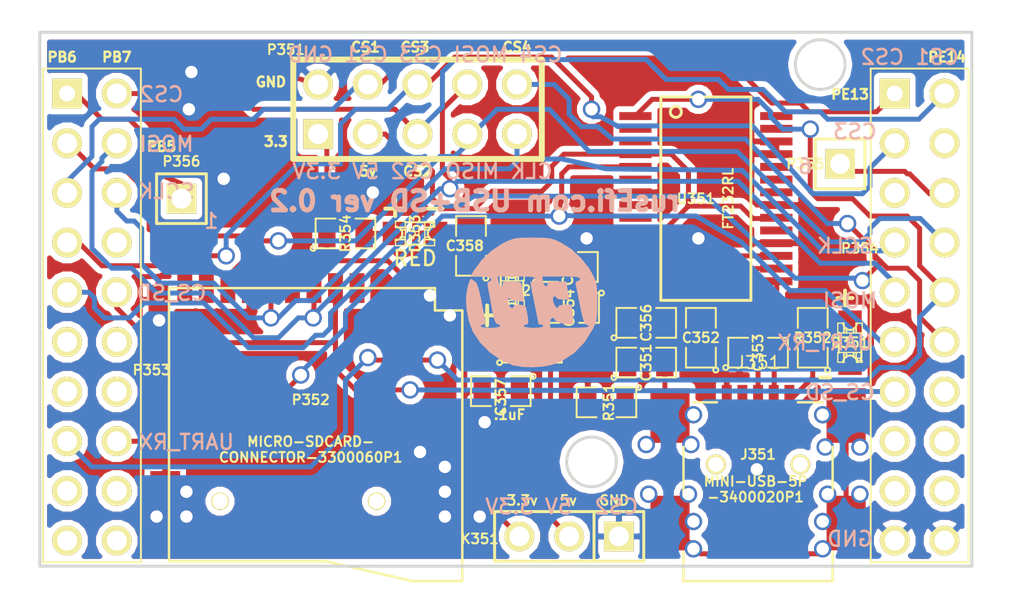
<source format=kicad_pcb>
(kicad_pcb (version 3) (host pcbnew "(2013-07-07 BZR 4022)-stable")
  (title_block (comment 2 Art_Electro) (comment 3 Art_Electro) (comment 4 Art_Electro))
  (layers (15 F.Cu signal) (0 B.Cu signal) (18 B.Paste user) (19 F.Paste user) (20 B.SilkS user) (21 F.SilkS user) (22 B.Mask user) (23 F.Mask user) (28 Edge.Cuts user))
  (net 0 "")
  (net 1 /3.3V)
  (net 2 /5V)
  (net 3 /CAN_TX)
  (net 4 /CS1)
  (net 5 /CS2)
  (net 6 /CS3)
  (net 7 /CS4)
  (net 8 /CS_SD_MODULE)
  (net 9 /SPI_MISO)
  (net 10 /SPI_MOSI)
  (net 11 /SPI_SCK)
  (net 12 /USART_RX)
  (net 13 /USART_TX)
  (net 14 GND)
  (net 15 N-000001)
  (net 16 N-0000011)
  (net 17 N-0000012)
  (net 18 N-0000013)
  (net 19 N-0000014)
  (net 20 N-0000015)
  (net 21 N-0000017)
  (net 22 N-0000018)
  (net 23 N-0000019)
  (net 24 N-000002)
  (net 25 N-0000024)
  (net 26 N-0000026)
  (net 27 N-0000027)
  (net 28 N-0000028)
  (net 29 N-0000029)
  (net 30 N-000003)
  (net 31 N-0000030)
  (net 32 N-0000031)
  (net 33 N-0000032)
  (net 34 N-0000033)
  (net 35 N-0000035)
  (net 36 N-0000037)
  (net 37 N-0000038)
  (net 38 N-0000039)
  (net 39 N-0000040)
  (net 40 N-0000041)
  (net 41 N-0000042)
  (net 42 N-0000043)
  (net 43 N-0000044)
  (net 44 N-0000045)
  (net 45 N-0000046)
  (net 46 N-0000047)
  (net 47 N-0000048)
  (net 48 N-0000049)
  (net 49 N-0000050)
  (net 50 N-0000051)
  (net 51 N-0000052)
  (net 52 N-0000053)
  (net 53 N-0000054)
  (net 54 N-0000055)
  (net 55 N-0000056)
  (net 56 N-0000058)
  (net 57 N-000009)
  (module SM0805 (layer F.Cu) (at 207.391 168.656)
    (fp_text reference C351 (at 0 0 90) (layer F.SilkS) (effects (font (size 0.50038 0.50038) (thickness 0.1016))))
    (fp_text value 4700pF hide)
    (pad 1 smd rect (at -0.9525 0) (size 0.889 1.397) (layers F.Cu F.Paste F.Mask) (net 14 GND))
    (pad 2 smd rect (at 0.9525 0) (size 0.889 1.397) (layers F.Cu F.Paste F.Mask) (net 24 N-000002))
  )
  (module SM0805 (layer F.Cu) (at 210.185 167.386 90)
    (fp_text reference C352 (at 0 0 180) (layer F.SilkS) (effects (font (size 0.50038 0.50038) (thickness 0.1016))))
    (fp_text value 47pF hide)
    (pad 1 smd rect (at -0.9525 0 90) (size 0.889 1.397) (layers F.Cu F.Paste F.Mask) (net 14 GND))
    (pad 2 smd rect (at 0.9525 0 90) (size 0.889 1.397) (layers F.Cu F.Paste F.Mask) (net 55 N-0000056))
  )
  (module SM0805 (layer F.Cu) (at 213.106 168.148)
    (fp_text reference C353 (at 0 0 90) (layer F.SilkS) (effects (font (size 0.50038 0.50038) (thickness 0.1016))))
    (fp_text value 47pF hide)
    (pad 1 smd rect (at -0.9525 0) (size 0.889 1.397) (layers F.Cu F.Paste F.Mask) (net 14 GND))
    (pad 2 smd rect (at 0.9525 0) (size 0.889 1.397) (layers F.Cu F.Paste F.Mask) (net 30 N-000003))
  )
  (module SM0805 (layer F.Cu) (at 203.454 165.862 180)
    (fp_text reference C354 (at 0 0 270) (layer F.SilkS) (effects (font (size 0.50038 0.50038) (thickness 0.1016))))
    (fp_text value 4.7uF hide)
    (pad 1 smd rect (at -0.9525 0 180) (size 0.889 1.397) (layers F.Cu F.Paste F.Mask) (net 2 /5V))
    (pad 2 smd rect (at 0.9525 0 180) (size 0.889 1.397) (layers F.Cu F.Paste F.Mask) (net 14 GND))
  )
  (module SM0805 (layer F.Cu) (at 203.3905 163.7665)
    (fp_text reference C355 (at 0 0 90) (layer F.SilkS) (effects (font (size 0.50038 0.50038) (thickness 0.1016))))
    (fp_text value .1uF hide)
    (pad 1 smd rect (at -0.9525 0) (size 0.889 1.397) (layers F.Cu F.Paste F.Mask) (net 14 GND))
    (pad 2 smd rect (at 0.9525 0) (size 0.889 1.397) (layers F.Cu F.Paste F.Mask) (net 2 /5V))
  )
  (module SM0805 (layer F.Cu) (at 207.391 166.624)
    (fp_text reference C356 (at 0 0 90) (layer F.SilkS) (effects (font (size 0.50038 0.50038) (thickness 0.1016))))
    (fp_text value .1uF hide)
    (pad 1 smd rect (at -0.9525 0) (size 0.889 1.397) (layers F.Cu F.Paste F.Mask) (net 14 GND))
    (pad 2 smd rect (at 0.9525 0) (size 0.889 1.397) (layers F.Cu F.Paste F.Mask) (net 38 N-0000039))
  )
  (module LED-0805 (layer F.Cu) (at 217.805 167.64 270)
    (fp_text reference D351 (at 0 0 360) (layer F.SilkS) (effects (font (size 0.50038 0.50038) (thickness 0.1016))))
    (fp_text value GREEN hide)
    (pad 1 smd rect (at -1.04902 0 270) (size 1.19888 1.19888) (layers F.Cu F.Paste F.Mask) (net 23 N-0000019))
    (pad 2 smd rect (at 1.04902 0 270) (size 1.19888 1.19888) (layers F.Cu F.Paste F.Mask) (net 14 GND))
  )
  (module LED-0805 (layer F.Cu) (at 200.533 164.973 90)
    (fp_text reference D352 (at 0 0 180) (layer F.SilkS) (effects (font (size 0.50038 0.50038) (thickness 0.1016))))
    (fp_text value RED hide)
    (pad 1 smd rect (at -1.04902 0 90) (size 1.19888 1.19888) (layers F.Cu F.Paste F.Mask) (net 47 N-0000048))
    (pad 2 smd rect (at 1.04902 0 90) (size 1.19888 1.19888) (layers F.Cu F.Paste F.Mask) (net 14 GND))
  )
  (module SM0805 (layer F.Cu) (at 205.359 170.688 180)
    (fp_text reference R351 (at -0.127 0 270) (layer F.SilkS) (effects (font (size 0.50038 0.50038) (thickness 0.1016))))
    (fp_text value 1M hide)
    (pad 1 smd rect (at -0.9525 0 180) (size 0.889 1.397) (layers F.Cu F.Paste F.Mask) (net 24 N-000002))
    (pad 2 smd rect (at 0.9525 0 180) (size 0.889 1.397) (layers F.Cu F.Paste F.Mask) (net 14 GND))
  )
  (module SM0805 (layer F.Cu) (at 215.9 167.386 90)
    (fp_text reference R352 (at 0 0 180) (layer F.SilkS) (effects (font (size 0.50038 0.50038) (thickness 0.1016))))
    (fp_text value 1k hide)
    (pad 1 smd rect (at -0.9525 0 90) (size 0.889 1.397) (layers F.Cu F.Paste F.Mask) (net 15 N-000001))
    (pad 2 smd rect (at 0.9525 0 90) (size 0.889 1.397) (layers F.Cu F.Paste F.Mask) (net 23 N-0000019))
  )
  (module SM0805 (layer F.Cu) (at 201.549 167.894)
    (fp_text reference R353 (at 0 0 90) (layer F.SilkS) (effects (font (size 0.50038 0.50038) (thickness 0.1016))))
    (fp_text value 1k hide)
    (pad 1 smd rect (at -0.9525 0) (size 0.889 1.397) (layers F.Cu F.Paste F.Mask) (net 47 N-0000048))
    (pad 2 smd rect (at 0.9525 0) (size 0.889 1.397) (layers F.Cu F.Paste F.Mask) (net 2 /5V))
  )
  (module ssop-28 (layer F.Cu) (at 210.439 160.274 270)
    (fp_text reference U351 (at 0 0.508 360) (layer F.SilkS) (effects (font (size 0.50038 0.50038) (thickness 0.1016))))
    (fp_text value FT232RL (at 0 -1.143 270) (layer F.SilkS) (effects (font (size 0.50038 0.50038) (thickness 0.09906))))
    (pad 7 smd rect (at -0.32512 3.59918 270) (size 0.4064 1.651) (layers F.Cu F.Paste F.Mask) (net 14 GND))
    (pad 8 smd rect (at 0.32512 3.59918 270) (size 0.4064 1.651) (layers F.Cu F.Paste F.Mask))
    (pad 9 smd rect (at 0.97536 3.59918 270) (size 0.4064 1.651) (layers F.Cu F.Paste F.Mask) (net 45 N-0000046))
    (pad 10 smd rect (at 1.6256 3.59918 270) (size 0.4064 1.651) (layers F.Cu F.Paste F.Mask) (net 44 N-0000045))
    (pad 25 smd rect (at -2.27584 -3.59918 270) (size 0.4064 1.651) (layers F.Cu F.Paste F.Mask) (net 14 GND))
    (pad 4 smd rect (at -2.27584 3.59918 270) (size 0.4064 1.651) (layers F.Cu F.Paste F.Mask) (net 2 /5V))
    (pad 5 smd rect (at -1.6256 3.59918 270) (size 0.4064 1.651) (layers F.Cu F.Paste F.Mask) (net 12 /USART_RX))
    (pad 6 smd rect (at -0.97536 3.59918 270) (size 0.4064 1.651) (layers F.Cu F.Paste F.Mask) (net 46 N-0000047))
    (pad 18 smd rect (at 2.27584 -3.59918 270) (size 0.4064 1.651) (layers F.Cu F.Paste F.Mask) (net 14 GND))
    (pad 19 smd rect (at 1.6256 -3.59918 270) (size 0.4064 1.651) (layers F.Cu F.Paste F.Mask) (net 48 N-0000049))
    (pad 20 smd rect (at 0.97536 -3.59918 270) (size 0.4064 1.651) (layers F.Cu F.Paste F.Mask) (net 2 /5V))
    (pad 21 smd rect (at 0.32512 -3.59918 270) (size 0.4064 1.651) (layers F.Cu F.Paste F.Mask) (net 14 GND))
    (pad 22 smd rect (at -0.32512 -3.59918 270) (size 0.4064 1.651) (layers F.Cu F.Paste F.Mask) (net 42 N-0000043))
    (pad 23 smd rect (at -0.97536 -3.59918 270) (size 0.4064 1.651) (layers F.Cu F.Paste F.Mask) (net 40 N-0000041))
    (pad 11 smd rect (at 2.27584 3.59918 270) (size 0.4064 1.651) (layers F.Cu F.Paste F.Mask) (net 43 N-0000044))
    (pad 24 smd rect (at -1.6256 -3.59918 270) (size 0.4064 1.651) (layers F.Cu F.Paste F.Mask))
    (pad 26 smd rect (at -2.92608 -3.59918 270) (size 0.4064 1.651) (layers F.Cu F.Paste F.Mask) (net 14 GND))
    (pad 27 smd rect (at -3.57378 -3.59918 270) (size 0.4064 1.651) (layers F.Cu F.Paste F.Mask) (net 37 N-0000038))
    (pad 28 smd rect (at -4.22402 -3.59918 270) (size 0.4064 1.651) (layers F.Cu F.Paste F.Mask) (net 50 N-0000051))
    (pad 1 smd rect (at -4.22402 3.59918 270) (size 0.4064 1.651) (layers F.Cu F.Paste F.Mask) (net 13 /USART_TX))
    (pad 2 smd rect (at -3.57378 3.59918 270) (size 0.4064 1.651) (layers F.Cu F.Paste F.Mask) (net 51 N-0000052))
    (pad 3 smd rect (at -2.92608 3.59918 270) (size 0.4064 1.651) (layers F.Cu F.Paste F.Mask) (net 49 N-0000050))
    (pad 12 smd rect (at 2.92608 3.59918 270) (size 0.4064 1.651) (layers F.Cu F.Paste F.Mask) (net 36 N-0000037))
    (pad 13 smd rect (at 3.57378 3.59918 270) (size 0.4064 1.651) (layers F.Cu F.Paste F.Mask) (net 41 N-0000042))
    (pad 14 smd rect (at 4.22402 3.59918 270) (size 0.4064 1.651) (layers F.Cu F.Paste F.Mask) (net 39 N-0000040))
    (pad 15 smd rect (at 4.22402 -3.59918 270) (size 0.4064 1.651) (layers F.Cu F.Paste F.Mask) (net 30 N-000003))
    (pad 16 smd rect (at 3.57378 -3.59918 270) (size 0.4064 1.651) (layers F.Cu F.Paste F.Mask) (net 55 N-0000056))
    (pad 17 smd rect (at 2.92608 -3.59918 270) (size 0.4064 1.651) (layers F.Cu F.Paste F.Mask) (net 38 N-0000039))
  )
  (module LED-0805 (layer F.Cu) (at 195.58 162.052)
    (fp_text reference D353 (at 0 0 90) (layer F.SilkS) (effects (font (size 0.50038 0.50038) (thickness 0.1016))))
    (fp_text value RED (at 0 1.27) (layer F.SilkS) (effects (font (size 0.762 0.762) (thickness 0.127))))
    (pad 1 smd rect (at -1.04902 0) (size 1.19888 1.19888) (layers F.Cu F.Paste F.Mask) (net 56 N-0000058))
    (pad 2 smd rect (at 1.04902 0) (size 1.19888 1.19888) (layers F.Cu F.Paste F.Mask) (net 14 GND))
  )
  (module SM0805 (layer F.Cu) (at 192.024 162.052)
    (fp_text reference R354 (at 0 0 90) (layer F.SilkS) (effects (font (size 0.50038 0.50038) (thickness 0.1016))))
    (fp_text value 1k hide)
    (pad 1 smd rect (at -0.9525 0) (size 0.889 1.397) (layers F.Cu F.Paste F.Mask) (net 1 /3.3V))
    (pad 2 smd rect (at 0.9525 0) (size 0.889 1.397) (layers F.Cu F.Paste F.Mask) (net 56 N-0000058))
  )
  (module PIN_ARRAY_3_A (layer F.Cu) (at 203.454 177.546 180)
    (fp_text reference K351 (at 4.572 -0.127 180) (layer F.SilkS) (effects (font (size 0.50038 0.50038) (thickness 0.1016))))
    (fp_text value CONN_3 hide)
    (pad 1 thru_hole rect (at -2.54 0 180) (size 1.524 1.524) (drill 1.016) (layers *.Cu *.Mask F.SilkS) (net 14 GND))
    (pad 2 thru_hole circle (at 0 0 180) (size 1.524 1.524) (drill 1.016) (layers *.Cu *.Mask F.SilkS) (net 2 /5V))
    (pad 3 thru_hole circle (at 2.54 0 180) (size 1.524 1.524) (drill 1.016) (layers *.Cu *.Mask F.SilkS) (net 1 /3.3V))
  )
  (module PIN_ARRAY_10X2 (layer F.Cu) (at 179.07 166.37 270)
    (fp_text reference P353 (at 2.667 -3.048 360) (layer F.SilkS) (effects (font (size 0.50038 0.50038) (thickness 0.1016))))
    (fp_text value CONN_10X2 hide)
    (pad 1 thru_hole rect (at -11.47064 1.27 270) (size 1.524 1.524) (drill 0.8128) (layers *.Cu *.Mask F.SilkS) (net 3 /CAN_TX))
    (pad 2 thru_hole circle (at -11.47064 -1.27 270) (size 1.524 1.524) (drill 1.016) (layers *.Cu *.Mask F.SilkS) (net 5 /CS2))
    (pad 3 thru_hole circle (at -8.93064 1.27 270) (size 1.524 1.524) (drill 1.016) (layers *.Cu *.Mask F.SilkS) (net 9 /SPI_MISO))
    (pad 4 thru_hole circle (at -8.93064 -1.27 270) (size 1.524 1.524) (drill 1.016) (layers *.Cu *.Mask F.SilkS) (net 10 /SPI_MOSI))
    (pad 5 thru_hole circle (at -6.39064 1.27 270) (size 1.524 1.524) (drill 1.016) (layers *.Cu *.Mask F.SilkS) (net 4 /CS1))
    (pad 6 thru_hole circle (at -6.39064 -1.27 270) (size 1.524 1.524) (drill 1.016) (layers *.Cu *.Mask F.SilkS) (net 11 /SPI_SCK))
    (pad 7 thru_hole circle (at -3.85064 1.27 270) (size 1.524 1.524) (drill 1.016) (layers *.Cu *.Mask F.SilkS) (net 6 /CS3))
    (pad 8 thru_hole circle (at -3.85064 -1.27 270) (size 1.524 1.524) (drill 1.016) (layers *.Cu *.Mask F.SilkS) (net 34 N-0000033))
    (pad 9 thru_hole circle (at -1.31064 1.27 270) (size 1.524 1.524) (drill 1.016) (layers *.Cu *.Mask F.SilkS) (net 7 /CS4))
    (pad 10 thru_hole circle (at -1.31064 -1.27 270) (size 1.524 1.524) (drill 1.016) (layers *.Cu *.Mask F.SilkS) (net 8 /CS_SD_MODULE))
    (pad 11 thru_hole circle (at 1.22936 1.27 270) (size 1.524 1.524) (drill 1.016) (layers *.Cu *.Mask F.SilkS) (net 29 N-0000029))
    (pad 12 thru_hole circle (at 1.22936 -1.27 270) (size 1.524 1.524) (drill 1.016) (layers *.Cu *.Mask F.SilkS) (net 33 N-0000032))
    (pad 13 thru_hole circle (at 3.76936 1.27 270) (size 1.524 1.524) (drill 1.016) (layers *.Cu *.Mask F.SilkS) (net 28 N-0000028))
    (pad 14 thru_hole circle (at 3.76936 -1.27 270) (size 1.524 1.524) (drill 1.016) (layers *.Cu *.Mask F.SilkS) (net 32 N-0000031))
    (pad 15 thru_hole circle (at 6.30936 1.27 270) (size 1.524 1.524) (drill 1.016) (layers *.Cu *.Mask F.SilkS) (net 13 /USART_TX))
    (pad 16 thru_hole circle (at 6.30936 -1.27 270) (size 1.524 1.524) (drill 1.016) (layers *.Cu *.Mask F.SilkS) (net 12 /USART_RX))
    (pad 17 thru_hole circle (at 8.84936 1.27 270) (size 1.524 1.524) (drill 1.016) (layers *.Cu *.Mask F.SilkS) (net 27 N-0000027))
    (pad 18 thru_hole circle (at 8.84936 -1.27 270) (size 1.524 1.524) (drill 1.016) (layers *.Cu *.Mask F.SilkS) (net 31 N-0000030))
    (pad 19 thru_hole circle (at 11.38936 1.27 270) (size 1.524 1.524) (drill 1.016) (layers *.Cu *.Mask F.SilkS) (net 26 N-0000026))
    (pad 20 thru_hole circle (at 11.38936 -1.27 270) (size 1.524 1.524) (drill 1.016) (layers *.Cu *.Mask F.SilkS) (net 25 N-0000024))
  )
  (module PIN_ARRAY_10X2 (layer F.Cu) (at 221.361 166.37 270)
    (fp_text reference P354 (at -3.556 3.048 360) (layer F.SilkS) (effects (font (size 0.50038 0.50038) (thickness 0.1016))))
    (fp_text value CONN_10X2 hide)
    (pad 1 thru_hole rect (at -11.47064 1.27 270) (size 1.524 1.524) (drill 0.8128) (layers *.Cu *.Mask F.SilkS) (net 4 /CS1))
    (pad 2 thru_hole circle (at -11.47064 -1.27 270) (size 1.524 1.524) (drill 1.016) (layers *.Cu *.Mask F.SilkS) (net 5 /CS2))
    (pad 3 thru_hole circle (at -8.93064 1.27 270) (size 1.524 1.524) (drill 1.016) (layers *.Cu *.Mask F.SilkS) (net 6 /CS3))
    (pad 4 thru_hole circle (at -8.93064 -1.27 270) (size 1.524 1.524) (drill 1.016) (layers *.Cu *.Mask F.SilkS) (net 57 N-000009))
    (pad 5 thru_hole circle (at -6.39064 1.27 270) (size 1.524 1.524) (drill 1.016) (layers *.Cu *.Mask F.SilkS) (net 22 N-0000018))
    (pad 6 thru_hole circle (at -6.39064 -1.27 270) (size 1.524 1.524) (drill 1.016) (layers *.Cu *.Mask F.SilkS) (net 21 N-0000017))
    (pad 7 thru_hole circle (at -3.85064 1.27 270) (size 1.524 1.524) (drill 1.016) (layers *.Cu *.Mask F.SilkS) (net 11 /SPI_SCK))
    (pad 8 thru_hole circle (at -3.85064 -1.27 270) (size 1.524 1.524) (drill 1.016) (layers *.Cu *.Mask F.SilkS) (net 9 /SPI_MISO))
    (pad 9 thru_hole circle (at -1.31064 1.27 270) (size 1.524 1.524) (drill 1.016) (layers *.Cu *.Mask F.SilkS) (net 10 /SPI_MOSI))
    (pad 10 thru_hole circle (at -1.31064 -1.27 270) (size 1.524 1.524) (drill 1.016) (layers *.Cu *.Mask F.SilkS) (net 13 /USART_TX))
    (pad 11 thru_hole circle (at 1.22936 1.27 270) (size 1.524 1.524) (drill 1.016) (layers *.Cu *.Mask F.SilkS) (net 12 /USART_RX))
    (pad 12 thru_hole circle (at 1.22936 -1.27 270) (size 1.524 1.524) (drill 1.016) (layers *.Cu *.Mask F.SilkS) (net 7 /CS4))
    (pad 13 thru_hole circle (at 3.76936 1.27 270) (size 1.524 1.524) (drill 1.016) (layers *.Cu *.Mask F.SilkS) (net 8 /CS_SD_MODULE))
    (pad 14 thru_hole circle (at 3.76936 -1.27 270) (size 1.524 1.524) (drill 1.016) (layers *.Cu *.Mask F.SilkS) (net 20 N-0000015))
    (pad 15 thru_hole circle (at 6.30936 1.27 270) (size 1.524 1.524) (drill 1.016) (layers *.Cu *.Mask F.SilkS) (net 19 N-0000014))
    (pad 16 thru_hole circle (at 6.30936 -1.27 270) (size 1.524 1.524) (drill 1.016) (layers *.Cu *.Mask F.SilkS) (net 18 N-0000013))
    (pad 17 thru_hole circle (at 8.84936 1.27 270) (size 1.524 1.524) (drill 1.016) (layers *.Cu *.Mask F.SilkS) (net 17 N-0000012))
    (pad 18 thru_hole circle (at 8.84936 -1.27 270) (size 1.524 1.524) (drill 1.016) (layers *.Cu *.Mask F.SilkS) (net 16 N-0000011))
    (pad 19 thru_hole circle (at 11.38936 1.27 270) (size 1.524 1.524) (drill 1.016) (layers *.Cu *.Mask F.SilkS) (net 14 GND))
    (pad 20 thru_hole circle (at 11.38936 -1.27 270) (size 1.524 1.524) (drill 1.016) (layers *.Cu *.Mask F.SilkS) (net 14 GND))
  )
  (module PIN_ARRAY_1 (layer F.Cu) (at 217.297 158.496)
    (fp_text reference P355 (at -1.778 0) (layer F.SilkS) (effects (font (size 0.50038 0.50038) (thickness 0.1016))))
    (fp_text value CONN_1 hide)
    (pad 1 thru_hole rect (at 0 0) (size 1.524 1.524) (drill 1.016) (layers *.Cu *.Mask F.SilkS) (net 21 N-0000017))
  )
  (module PIN_ARRAY_5x2 (layer F.Cu) (at 195.707 155.702)
    (fp_text reference P351 (at -6.731 -3.048) (layer F.SilkS) (effects (font (size 0.50038 0.50038) (thickness 0.1016))))
    (fp_text value CONN_5X2 hide)
    (pad 1 thru_hole rect (at -5.08 1.27) (size 1.524 1.524) (drill 1.016) (layers *.Cu *.Mask F.SilkS) (net 1 /3.3V))
    (pad 2 thru_hole circle (at -5.08 -1.27) (size 1.524 1.524) (drill 1.016) (layers *.Cu *.Mask F.SilkS) (net 14 GND))
    (pad 3 thru_hole circle (at -2.54 1.27) (size 1.524 1.524) (drill 1.016) (layers *.Cu *.Mask F.SilkS) (net 2 /5V))
    (pad 4 thru_hole circle (at -2.54 -1.27) (size 1.524 1.524) (drill 1.016) (layers *.Cu *.Mask F.SilkS) (net 4 /CS1))
    (pad 5 thru_hole circle (at 0 1.27) (size 1.524 1.524) (drill 1.016) (layers *.Cu *.Mask F.SilkS) (net 5 /CS2))
    (pad 6 thru_hole circle (at 0 -1.27) (size 1.524 1.524) (drill 1.016) (layers *.Cu *.Mask F.SilkS) (net 6 /CS3))
    (pad 7 thru_hole circle (at 2.54 1.27) (size 1.524 1.524) (drill 1.016) (layers *.Cu *.Mask F.SilkS) (net 9 /SPI_MISO))
    (pad 8 thru_hole circle (at 2.54 -1.27) (size 1.524 1.524) (drill 1.016) (layers *.Cu *.Mask F.SilkS) (net 10 /SPI_MOSI))
    (pad 9 thru_hole circle (at 5.08 1.27) (size 1.524 1.524) (drill 1.016) (layers *.Cu *.Mask F.SilkS) (net 11 /SPI_SCK))
    (pad 10 thru_hole circle (at 5.08 -1.27) (size 1.524 1.524) (drill 1.016) (layers *.Cu *.Mask F.SilkS) (net 7 /CS4))
  )
  (module PIN_ARRAY_1 (layer F.Cu) (at 183.642 160.274)
    (fp_text reference P356 (at 0 -1.905) (layer F.SilkS) (effects (font (size 0.50038 0.50038) (thickness 0.1016))))
    (fp_text value CONN_1 hide)
    (pad 1 thru_hole rect (at 0 0) (size 1.524 1.524) (drill 1.016) (layers *.Cu *.Mask F.SilkS) (net 3 /CAN_TX))
  )
  (module LOGO_F (layer B.Cu) (at 201.549 165.608)
    (fp_text reference G305 hide)
    (fp_text value LOGO hide)
  )
  (module SM0805 (layer F.Cu) (at 199.9615 170.1165 180)
    (fp_text reference C357 (at 0 -0.3175 270) (layer F.SilkS) (effects (font (size 0.50038 0.50038) (thickness 0.10922))))
    (fp_text value .1uF (at -0.4445 -1.2065 180) (layer F.SilkS) (effects (font (size 0.50038 0.50038) (thickness 0.10922))))
    (pad 1 smd rect (at -0.9525 0 180) (size 0.889 1.397) (layers F.Cu F.Paste F.Mask) (net 14 GND))
    (pad 2 smd rect (at 0.9525 0 180) (size 0.889 1.397) (layers F.Cu F.Paste F.Mask) (net 1 /3.3V))
  )
  (module SM0805 (layer F.Cu) (at 198.4375 162.687 90)
    (fp_text reference C358 (at 0 -0.3175 180) (layer F.SilkS) (effects (font (size 0.50038 0.50038) (thickness 0.10922))))
    (fp_text value 4.7uF hide)
    (pad 1 smd rect (at -0.9525 0 90) (size 0.889 1.397) (layers F.Cu F.Paste F.Mask) (net 1 /3.3V))
    (pad 2 smd rect (at 0.9525 0 90) (size 0.889 1.397) (layers F.Cu F.Paste F.Mask) (net 14 GND))
  )
  (module MINI-USB-5P-3400020P1 (layer F.Cu) (at 213.106 175.26)
    (fp_text reference J351 (at 0 -6.604) (layer F.SilkS) (effects (font (size 0.635 0.635) (thickness 0.0889))))
    (fp_text value J351 (at 0 -1.905) (layer F.SilkS) (effects (font (size 0.50038 0.50038) (thickness 0.1016))))
    (pad 5 smd rect (at -1.6 -4.191) (size 0.508 2.54) (layers F.Cu F.Paste F.Mask) (net 14 GND))
    (pad 4 smd rect (at -0.8 -4.191) (size 0.508 2.54) (layers F.Cu F.Paste F.Mask) (net 35 N-0000035))
    (pad 3 smd rect (at 0 -4.191) (size 0.508 2.54) (layers F.Cu F.Paste F.Mask) (net 55 N-0000056))
    (pad 2 smd rect (at 0.8 -4.191) (size 0.508 2.54) (layers F.Cu F.Paste F.Mask) (net 30 N-000003))
    (pad 1 smd rect (at 1.6 -4.191) (size 0.508 2.54) (layers F.Cu F.Paste F.Mask) (net 15 N-000001))
    (pad 6 smd rect (at -4.5 1.603 90) (size 2.794 2) (layers F.Cu F.Paste F.Mask) (net 24 N-000002))
    (pad 6 smd rect (at 4.5 1.603 90) (size 2.794 2) (layers F.Cu F.Paste F.Mask) (net 24 N-000002))
    (pad 6 smd rect (at -4.5 -3.897 90) (size 2.794 2) (layers F.Cu F.Paste F.Mask) (net 24 N-000002))
    (pad 6 smd rect (at 4.5 -3.897 90) (size 2.794 2) (layers F.Cu F.Paste F.Mask) (net 24 N-000002))
    (pad "" thru_hole circle (at -2.159 -1.397 90) (size 1.016 1.016) (drill 0.762) (layers *.Cu *.Mask F.SilkS))
    (pad "" thru_hole circle (at 2.159 -1.397 90) (size 1.016 1.016) (drill 0.762) (layers *.Cu *.Mask F.SilkS))
  )
  (module MICRO-SDCARD-CONNECTOR-3300060P1 (layer F.Cu) (at 190.5 172.339 270)
    (fp_text reference P352 (at -1.778 0.254 360) (layer F.SilkS) (effects (font (size 0.50038 0.50038) (thickness 0.1016))))
    (fp_text value MICRO-SDCARD-CONNECTOR-3300060P1 hide)
    (pad 1 smd rect (at -7.493 -2.114 270) (size 1.524 0.762) (layers F.Cu F.Paste F.Mask) (net 54 N-0000055))
    (pad 2 smd rect (at -7.493 -1.014 270) (size 1.524 0.762) (layers F.Cu F.Paste F.Mask) (net 8 /CS_SD_MODULE))
    (pad 3 smd rect (at -7.493 0.086 270) (size 1.524 0.762) (layers F.Cu F.Paste F.Mask) (net 10 /SPI_MOSI))
    (pad 4 smd rect (at -7.493 1.186 270) (size 1.524 0.762) (layers F.Cu F.Paste F.Mask) (net 1 /3.3V))
    (pad 5 smd rect (at -7.493 2.286 270) (size 1.524 0.762) (layers F.Cu F.Paste F.Mask) (net 11 /SPI_SCK))
    (pad 6 smd rect (at -7.493 3.386 270) (size 1.524 0.762) (layers F.Cu F.Paste F.Mask) (net 14 GND))
    (pad 7 smd rect (at -7.493 4.486 270) (size 1.524 0.762) (layers F.Cu F.Paste F.Mask) (net 9 /SPI_MISO))
    (pad 8 smd rect (at -7.493 5.586 270) (size 1.524 0.762) (layers F.Cu F.Paste F.Mask) (net 53 N-0000054))
    (pad 9 smd rect (at -7.493 6.686 270) (size 1.524 0.762) (layers F.Cu F.Paste F.Mask) (net 52 N-0000053))
    (pad G1 smd rect (at -6.893 8.032 270) (size 1.524 1.016) (layers F.Cu F.Paste F.Mask) (net 14 GND))
    (pad G2 smd rect (at 2.88 7.686 270) (size 2.032 1.524) (layers F.Cu F.Paste F.Mask) (net 14 GND))
    (pad G3 smd rect (at 2.88 -7.714 270) (size 2.032 1.524) (layers F.Cu F.Paste F.Mask) (net 14 GND))
    (pad G4 smd rect (at -7.101 -6.895 270) (size 1.524 1.524) (layers F.Cu F.Paste F.Mask) (net 14 GND))
    (pad "" thru_hole circle (at 3.407 4.886 270) (size 0.889 0.889) (drill 0.762) (layers *.Cu *.Mask F.SilkS))
    (pad "" thru_hole circle (at 3.407 -3.114 270) (size 0.889 0.889) (drill 0.762) (layers *.Cu *.Mask F.SilkS))
  )
  (gr_text 6 (at 215.519 158.623) (layer B.SilkS) (effects (font (size 0.762 0.762) (thickness 0.127)) (justify mirror)))
  (gr_text 1 (at 185.166 161.417) (layer B.SilkS) (effects (font (size 0.762 0.762) (thickness 0.127)) (justify mirror)))
  (gr_text "CLK MISO CS2 5V 3.3V" (at 195.961 158.877) (layer B.SilkS) (effects (font (size 0.762 0.762) (thickness 0.127)) (justify mirror)))
  (gr_text "CS4 MOSI CS3 CS1 GND" (at 196.088 152.908) (layer B.SilkS) (effects (font (size 0.762 0.762) (thickness 0.127)) (justify mirror)))
  (gr_text "CS2  5V 3.3V" (at 203.073 176.022) (layer B.SilkS) (effects (font (size 0.762 0.762) (thickness 0.127)) (justify mirror)))
  (gr_text MOSI (at 182.88 157.48) (layer B.SilkS) (effects (font (size 0.762 0.762) (thickness 0.127)) (justify mirror)))
  (gr_text UART_RX (at 183.896 172.72) (layer B.SilkS) (effects (font (size 0.762 0.762) (thickness 0.127)) (justify mirror)))
  (gr_text CS_SD (at 183.134 165.1) (layer B.SilkS) (effects (font (size 0.762 0.762) (thickness 0.127)) (justify mirror)))
  (gr_text SCLK (at 182.88 159.893) (layer B.SilkS) (effects (font (size 0.762 0.762) (thickness 0.127)) (justify mirror)))
  (gr_text GND (at 217.805 177.673) (layer B.SilkS) (effects (font (size 0.762 0.762) (thickness 0.127)) (justify mirror)))
  (gr_text CS_SD (at 217.297 170.18) (layer B.SilkS) (effects (font (size 0.762 0.762) (thickness 0.127)) (justify mirror)))
  (gr_text UART_RX (at 216.535 167.64) (layer B.SilkS) (effects (font (size 0.762 0.762) (thickness 0.127)) (justify mirror)))
  (gr_text CS2 (at 182.626 154.94) (layer B.SilkS) (effects (font (size 0.762 0.762) (thickness 0.127)) (justify mirror)))
  (gr_text MOSI (at 217.805 165.481) (layer B.SilkS) (effects (font (size 0.762 0.762) (thickness 0.127)) (justify mirror)))
  (gr_text SCLK (at 217.551 162.687) (layer B.SilkS) (effects (font (size 0.762 0.762) (thickness 0.127)) (justify mirror)))
  (gr_text CS3 (at 218.059 156.845) (layer B.SilkS) (effects (font (size 0.762 0.762) (thickness 0.127)) (justify mirror)))
  (gr_text "CS1 CS2" (at 220.853 153.035) (layer B.SilkS) (effects (font (size 0.762 0.762) (thickness 0.127)) (justify mirror)))
  (gr_line (start 194.945 160.782) (end 195.072 160.782) (angle 90) (layer F.SilkS) (width 0.2))
  (gr_line (start 194.564 161.163) (end 194.564 160.274) (angle 90) (layer F.SilkS) (width 0.2))
  (gr_line (start 194.056 160.782) (end 194.945 160.782) (angle 90) (layer F.SilkS) (width 0.2))
  (gr_line (start 196.215 160.782) (end 196.977 160.782) (angle 90) (layer F.SilkS) (width 0.2))
  (gr_line (start 199.263 165.735) (end 199.263 166.751) (angle 90) (layer F.SilkS) (width 0.2))
  (gr_line (start 198.882 166.243) (end 199.644 166.243) (angle 90) (layer F.SilkS) (width 0.2))
  (gr_line (start 200.152 162.814) (end 200.787 162.814) (angle 90) (layer F.SilkS) (width 0.2))
  (gr_line (start 216.789 169.418) (end 216.281 169.418) (angle 90) (layer F.SilkS) (width 0.2))
  (gr_line (start 217.551 165.735) (end 217.551 164.973) (angle 90) (layer F.SilkS) (width 0.2))
  (gr_line (start 217.17 165.354) (end 217.932 165.354) (angle 90) (layer F.SilkS) (width 0.2))
  (gr_text PB5 (at 182.626 157.607) (layer F.SilkS) (effects (font (size 0.50038 0.50038) (thickness 0.125095))))
  (gr_text CS2 (at 195.707 158.877) (layer F.SilkS) (effects (font (size 0.50038 0.50038) (thickness 0.125095))))
  (gr_text CS4 (at 200.787 152.527) (layer F.SilkS) (effects (font (size 0.50038 0.50038) (thickness 0.125095))))
  (gr_text CS3 (at 195.58 152.527) (layer F.SilkS) (effects (font (size 0.50038 0.50038) (thickness 0.125095))))
  (gr_text CS1 (at 193.04 152.527) (layer F.SilkS) (effects (font (size 0.50038 0.50038) (thickness 0.125095))))
  (gr_text 5v (at 193.167 158.877) (layer F.SilkS) (effects (font (size 0.50038 0.50038) (thickness 0.125095))))
  (gr_text 3.3 (at 188.468 157.353) (layer F.SilkS) (effects (font (size 0.50038 0.50038) (thickness 0.125095))))
  (gr_text PB7 (at 180.34 153.035) (layer F.SilkS) (effects (font (size 0.50038 0.50038) (thickness 0.125095))))
  (gr_text PB6 (at 177.546 153.035) (layer F.SilkS) (effects (font (size 0.50038 0.50038) (thickness 0.125095))))
  (gr_text GND (at 188.214 154.305) (layer F.SilkS) (effects (font (size 0.50038 0.50038) (thickness 0.125095))))
  (gr_text PE14 (at 222.758 153.035) (layer F.SilkS) (effects (font (size 0.50038 0.50038) (thickness 0.125095))))
  (gr_text PE13 (at 217.805 154.94) (layer F.SilkS) (effects (font (size 0.50038 0.50038) (thickness 0.125095))))
  (gr_text "3.3v   5v   GND" (at 203.3905 175.7045) (layer F.SilkS) (effects (font (size 0.50038 0.50038) (thickness 0.1016))))
  (gr_text "rusEfi.com USB+SD ver 0.2" (at 198.628 160.401) (layer B.SilkS) (effects (font (size 1 1) (thickness 0.25)) (justify mirror)))
  (gr_text "MINI-USB-5P\n-3400020P1" (at 212.979 175.133) (layer F.SilkS) (effects (font (size 0.50038 0.50038) (thickness 0.1016))))
  (gr_text "MICRO-SDCARD-\nCONNECTOR-3300060P1" (at 190.246 173.101) (layer F.SilkS) (effects (font (size 0.50038 0.50038) (thickness 0.1016))))
  (gr_line (start 224.028 179.07) (end 224.028 151.765) (angle 90) (layer Edge.Cuts) (width 0.15))
  (gr_line (start 224.028 151.765) (end 176.403 151.765) (angle 90) (layer Edge.Cuts) (width 0.15))
  (gr_line (start 176.403 179.07) (end 224.028 179.07) (angle 90) (layer Edge.Cuts) (width 0.15))
  (gr_line (start 176.403 151.765) (end 176.403 179.07) (angle 90) (layer Edge.Cuts) (width 0.15))
  (gr_circle (center 204.597 173.736) (end 205.867 173.736) (layer Edge.Cuts) (width 0.15))
  (gr_circle (center 216.281 153.416) (end 217.551 153.416) (layer Edge.Cuts) (width 0.15))
  (segment (start 198.12 172.466) (end 198.12 173.482) (width 0.254) (layer F.Cu) (net 1))
  (segment (start 198.12 170.3705) (end 198.12 172.466) (width 0.254) (layer F.Cu) (net 1))
  (segment (start 199.644 176.276) (end 200.914 177.546) (width 0.254) (layer F.Cu) (net 1))
  (segment (start 199.644 174.1805) (end 199.644 176.276) (width 0.254) (layer F.Cu) (net 1))
  (segment (start 199.1995 173.736) (end 199.644 174.1805) (width 0.254) (layer F.Cu) (net 1))
  (segment (start 198.374 173.736) (end 199.1995 173.736) (width 0.254) (layer F.Cu) (net 1))
  (segment (start 198.12 173.482) (end 198.374 173.736) (width 0.254) (layer F.Cu) (net 1))
  (segment (start 198.4375 163.6395) (end 195.326 163.6395) (width 0.254) (layer F.Cu) (net 1))
  (segment (start 195.326 163.6395) (end 194.84975 164.11575) (width 0.254) (layer F.Cu) (net 1))
  (segment (start 199.009 170.1165) (end 198.374 170.1165) (width 0.254) (layer F.Cu) (net 1))
  (segment (start 198.374 170.1165) (end 198.12 170.3705) (width 0.254) (layer F.Cu) (net 1))
  (segment (start 191.0715 162.052) (end 191.0715 157.4165) (width 0.254) (layer F.Cu) (net 1))
  (segment (start 191.0715 157.4165) (end 190.627 156.972) (width 0.254) (layer F.Cu) (net 1))
  (segment (start 191.0715 162.052) (end 191.0715 163.449) (width 0.254) (layer F.Cu) (net 1))
  (segment (start 191.0715 163.449) (end 191.135 163.449) (width 0.254) (layer F.Cu) (net 1))
  (segment (start 190.5635 163.449) (end 189.865 163.449) (width 0.254) (layer F.Cu) (net 1))
  (segment (start 190.627 163.449) (end 191.135 163.449) (width 0.254) (layer F.Cu) (net 1))
  (segment (start 190.5635 163.449) (end 190.627 163.449) (width 0.254) (layer F.Cu) (net 1))
  (segment (start 189.865 163.449) (end 189.314 164) (width 0.254) (layer F.Cu) (net 1))
  (segment (start 189.314 164) (end 189.314 164.846) (width 0.254) (layer F.Cu) (net 1))
  (segment (start 195.453 164.719) (end 195.453 165.862) (width 0.254) (layer F.Cu) (net 1))
  (segment (start 195.453 165.862) (end 196.977 167.386) (width 0.254) (layer F.Cu) (net 1))
  (segment (start 196.977 167.386) (end 198.12 168.529) (width 0.254) (layer F.Cu) (net 1))
  (segment (start 198.12 168.529) (end 198.12 170.3705) (width 0.254) (layer F.Cu) (net 1))
  (segment (start 191.135 163.449) (end 194.183 163.449) (width 0.254) (layer F.Cu) (net 1))
  (segment (start 194.183 163.449) (end 194.84975 164.11575) (width 0.254) (layer F.Cu) (net 1))
  (segment (start 194.84975 164.11575) (end 195.453 164.719) (width 0.254) (layer F.Cu) (net 1))
  (segment (start 202.5015 167.894) (end 202.5015 171.7675) (width 0.254) (layer F.Cu) (net 2))
  (segment (start 201.549 175.641) (end 203.454 177.546) (width 0.254) (layer F.Cu) (net 2))
  (segment (start 201.549 172.72) (end 201.549 175.641) (width 0.254) (layer F.Cu) (net 2))
  (segment (start 202.5015 171.7675) (end 201.549 172.72) (width 0.254) (layer F.Cu) (net 2))
  (segment (start 204.4065 165.862) (end 204.4065 163.83) (width 0.254) (layer F.Cu) (net 2))
  (segment (start 204.4065 163.83) (end 204.343 163.7665) (width 0.254) (layer F.Cu) (net 2))
  (segment (start 193.167 156.972) (end 194.056 156.972) (width 0.254) (layer F.Cu) (net 2))
  (segment (start 202.565 159.385) (end 202.565 158.623) (width 0.254) (layer F.Cu) (net 2))
  (segment (start 202.565 158.623) (end 203.18984 157.99816) (width 0.254) (layer F.Cu) (net 2))
  (segment (start 203.18984 157.99816) (end 206.83982 157.99816) (width 0.254) (layer F.Cu) (net 2))
  (segment (start 198.12 160.782) (end 197.739 160.782) (width 0.254) (layer F.Cu) (net 2))
  (segment (start 198.628 160.782) (end 198.12 160.782) (width 0.254) (layer F.Cu) (net 2))
  (segment (start 202.057 159.893) (end 202.565 159.385) (width 0.254) (layer F.Cu) (net 2))
  (segment (start 199.517 159.893) (end 198.628 160.782) (width 0.254) (layer F.Cu) (net 2))
  (segment (start 200.787 159.893) (end 199.517 159.893) (width 0.254) (layer F.Cu) (net 2))
  (segment (start 200.787 159.893) (end 202.057 159.893) (width 0.254) (layer F.Cu) (net 2))
  (segment (start 196.977 160.782) (end 197.739 160.782) (width 0.254) (layer F.Cu) (net 2))
  (segment (start 196.469 160.274) (end 196.977 160.782) (width 0.254) (layer F.Cu) (net 2))
  (segment (start 196.469 158.877) (end 196.469 160.274) (width 0.254) (layer F.Cu) (net 2))
  (segment (start 195.961 158.369) (end 196.469 158.877) (width 0.254) (layer F.Cu) (net 2))
  (segment (start 194.945 158.369) (end 195.961 158.369) (width 0.254) (layer F.Cu) (net 2))
  (segment (start 194.564 157.988) (end 194.945 158.369) (width 0.254) (layer F.Cu) (net 2))
  (segment (start 194.564 157.48) (end 194.564 157.988) (width 0.254) (layer F.Cu) (net 2))
  (segment (start 194.056 156.972) (end 194.564 157.48) (width 0.254) (layer F.Cu) (net 2))
  (segment (start 209.55 160.655) (end 212.217 160.655) (width 0.254) (layer F.Cu) (net 2))
  (segment (start 213.99754 161.29) (end 214.03818 161.24936) (width 0.254) (layer F.Cu) (net 2))
  (segment (start 212.852 161.29) (end 213.99754 161.29) (width 0.254) (layer F.Cu) (net 2))
  (segment (start 212.598 161.036) (end 212.852 161.29) (width 0.254) (layer F.Cu) (net 2))
  (segment (start 212.217 160.655) (end 212.598 161.036) (width 0.254) (layer F.Cu) (net 2))
  (segment (start 209.55 159.258) (end 209.55 158.877) (width 0.254) (layer F.Cu) (net 2))
  (segment (start 209.55 160.655) (end 209.55 159.258) (width 0.254) (layer F.Cu) (net 2))
  (segment (start 208.67116 157.99816) (end 206.83982 157.99816) (width 0.254) (layer F.Cu) (net 2))
  (segment (start 209.55 158.877) (end 208.67116 157.99816) (width 0.254) (layer F.Cu) (net 2))
  (segment (start 208.534 163.957) (end 208.534 164.592) (width 0.254) (layer F.Cu) (net 2))
  (segment (start 208.534 162.179) (end 208.534 163.957) (width 0.254) (layer F.Cu) (net 2))
  (segment (start 205.0415 165.227) (end 204.4065 165.862) (width 0.254) (layer F.Cu) (net 2))
  (segment (start 207.899 165.227) (end 205.0415 165.227) (width 0.254) (layer F.Cu) (net 2))
  (segment (start 208.534 164.592) (end 207.899 165.227) (width 0.254) (layer F.Cu) (net 2))
  (segment (start 202.5015 167.894) (end 203.454 167.894) (width 0.254) (layer F.Cu) (net 2))
  (segment (start 204.4065 166.9415) (end 204.4065 165.862) (width 0.254) (layer F.Cu) (net 2))
  (segment (start 203.454 167.894) (end 204.4065 166.9415) (width 0.254) (layer F.Cu) (net 2))
  (segment (start 208.534 162.052) (end 208.534 161.671) (width 0.254) (layer F.Cu) (net 2))
  (segment (start 208.534 161.671) (end 209.55 160.655) (width 0.254) (layer F.Cu) (net 2))
  (segment (start 209.55 160.655) (end 209.59064 160.61436) (width 0.254) (layer F.Cu) (net 2))
  (segment (start 209.50936 160.61436) (end 209.59064 160.61436) (width 0.254) (layer F.Cu) (net 2))
  (segment (start 177.8 154.89936) (end 178.26736 154.89936) (width 0.254) (layer F.Cu) (net 3))
  (segment (start 183.642 159.512) (end 183.642 160.274) (width 0.254) (layer F.Cu) (net 3))
  (segment (start 181.61 158.623) (end 183.642 159.512) (width 0.254) (layer F.Cu) (net 3))
  (segment (start 181.61 156.845) (end 181.61 158.623) (width 0.254) (layer F.Cu) (net 3))
  (segment (start 180.975 156.21) (end 181.61 156.845) (width 0.254) (layer F.Cu) (net 3))
  (segment (start 179.578 156.21) (end 180.975 156.21) (width 0.254) (layer F.Cu) (net 3))
  (segment (start 178.26736 154.89936) (end 179.578 156.21) (width 0.254) (layer F.Cu) (net 3))
  (segment (start 203.1365 152.527) (end 210.947 152.527) (width 0.254) (layer F.Cu) (net 4))
  (segment (start 212.1535 153.7335) (end 213.8045 155.3845) (width 0.254) (layer F.Cu) (net 4))
  (segment (start 213.8045 155.3845) (end 215.265 155.3845) (width 0.254) (layer F.Cu) (net 4))
  (segment (start 215.265 155.3845) (end 215.7095 155.829) (width 0.254) (layer F.Cu) (net 4))
  (segment (start 215.7095 155.829) (end 219.16136 155.829) (width 0.254) (layer F.Cu) (net 4))
  (segment (start 219.16136 155.829) (end 220.091 154.89936) (width 0.254) (layer F.Cu) (net 4))
  (segment (start 210.947 152.527) (end 212.1535 153.7335) (width 0.254) (layer F.Cu) (net 4))
  (segment (start 193.802 154.432) (end 195.707 152.527) (width 0.254) (layer F.Cu) (net 4))
  (segment (start 195.707 152.527) (end 203.1365 152.527) (width 0.254) (layer F.Cu) (net 4))
  (segment (start 203.1365 152.527) (end 203.2 152.527) (width 0.254) (layer F.Cu) (net 4))
  (segment (start 193.167 154.432) (end 193.802 154.432) (width 0.254) (layer F.Cu) (net 4))
  (segment (start 193.167 154.432) (end 192.659 154.432) (width 0.254) (layer B.Cu) (net 4))
  (segment (start 183.769 156.718) (end 184.658 156.718) (width 0.254) (layer B.Cu) (net 4))
  (segment (start 184.658 156.718) (end 185.166 156.21) (width 0.254) (layer B.Cu) (net 4))
  (segment (start 185.166 156.21) (end 187.325 156.21) (width 0.254) (layer B.Cu) (net 4))
  (segment (start 183.261 156.21) (end 183.769 156.718) (width 0.254) (layer B.Cu) (net 4))
  (segment (start 179.451 156.21) (end 183.261 156.21) (width 0.254) (layer B.Cu) (net 4))
  (segment (start 179.07 158.115) (end 179.07 156.591) (width 0.254) (layer B.Cu) (net 4))
  (segment (start 177.8 159.385) (end 179.07 158.115) (width 0.254) (layer B.Cu) (net 4))
  (segment (start 177.8 159.385) (end 177.8 159.97936) (width 0.254) (layer B.Cu) (net 4))
  (segment (start 179.07 156.591) (end 179.451 156.21) (width 0.254) (layer B.Cu) (net 4))
  (segment (start 187.833 155.702) (end 187.325 156.21) (width 0.254) (layer B.Cu) (net 4))
  (segment (start 191.389 155.702) (end 187.833 155.702) (width 0.254) (layer B.Cu) (net 4))
  (segment (start 192.659 154.432) (end 191.389 155.702) (width 0.254) (layer B.Cu) (net 4))
  (segment (start 193.802 154.559) (end 193.167 154.559) (width 0.254) (layer F.Cu) (net 4))
  (segment (start 196.977 154.051) (end 196.977 153.797) (width 0.254) (layer B.Cu) (net 5))
  (segment (start 221.32036 156.21) (end 222.631 154.89936) (width 0.254) (layer B.Cu) (net 5))
  (segment (start 216.662 156.21) (end 221.32036 156.21) (width 0.254) (layer B.Cu) (net 5))
  (segment (start 216.281 155.829) (end 216.662 156.21) (width 0.254) (layer B.Cu) (net 5))
  (segment (start 214.503 155.829) (end 216.281 155.829) (width 0.254) (layer B.Cu) (net 5))
  (segment (start 213.36 154.686) (end 214.503 155.829) (width 0.254) (layer B.Cu) (net 5))
  (segment (start 211.582 154.686) (end 213.36 154.686) (width 0.254) (layer B.Cu) (net 5))
  (segment (start 211.074 154.178) (end 211.582 154.686) (width 0.254) (layer B.Cu) (net 5))
  (segment (start 208.407 154.178) (end 211.074 154.178) (width 0.254) (layer B.Cu) (net 5))
  (segment (start 207.391 153.162) (end 208.407 154.178) (width 0.254) (layer B.Cu) (net 5))
  (segment (start 197.612 153.162) (end 207.391 153.162) (width 0.254) (layer B.Cu) (net 5))
  (segment (start 196.977 153.797) (end 197.612 153.162) (width 0.254) (layer B.Cu) (net 5))
  (segment (start 195.707 156.972) (end 195.707 156.845) (width 0.254) (layer B.Cu) (net 5))
  (segment (start 196.977 155.575) (end 196.977 154.051) (width 0.254) (layer B.Cu) (net 5))
  (segment (start 196.977 154.051) (end 196.977 154.000202) (width 0.254) (layer B.Cu) (net 5))
  (segment (start 195.707 156.845) (end 196.977 155.575) (width 0.254) (layer B.Cu) (net 5))
  (segment (start 180.34 154.89936) (end 186.52236 154.89936) (width 0.254) (layer F.Cu) (net 5))
  (segment (start 194.564 155.702) (end 195.707 156.972) (width 0.254) (layer F.Cu) (net 5))
  (segment (start 187.325 155.702) (end 194.564 155.702) (width 0.254) (layer F.Cu) (net 5))
  (segment (start 186.52236 154.89936) (end 187.325 155.702) (width 0.254) (layer F.Cu) (net 5))
  (segment (start 201.422 153.035) (end 202.565 153.035) (width 0.254) (layer F.Cu) (net 6))
  (segment (start 196.215 154.432) (end 197.612 153.035) (width 0.254) (layer F.Cu) (net 6))
  (segment (start 197.612 153.035) (end 201.422 153.035) (width 0.254) (layer F.Cu) (net 6))
  (segment (start 195.707 154.432) (end 196.215 154.432) (width 0.254) (layer F.Cu) (net 6))
  (segment (start 204.597 155.067) (end 204.597 155.702) (width 0.254) (layer F.Cu) (net 6))
  (segment (start 202.565 153.035) (end 204.597 155.067) (width 0.254) (layer F.Cu) (net 6))
  (segment (start 191.77 158.496) (end 189.611 158.496) (width 0.254) (layer B.Cu) (net 6))
  (segment (start 178.39436 162.51936) (end 179.578 163.703) (width 0.254) (layer F.Cu) (net 6))
  (segment (start 179.578 163.703) (end 182.372 163.703) (width 0.254) (layer F.Cu) (net 6))
  (segment (start 182.372 163.703) (end 182.88 163.195) (width 0.254) (layer F.Cu) (net 6))
  (segment (start 177.8 162.51936) (end 178.39436 162.51936) (width 0.254) (layer F.Cu) (net 6))
  (segment (start 182.88 163.195) (end 185.928 163.195) (width 0.254) (layer F.Cu) (net 6))
  (via (at 185.928 163.195) (size 0.889) (layers F.Cu B.Cu) (net 6))
  (segment (start 195.453 154.432) (end 194.183 155.702) (width 0.254) (layer B.Cu) (net 6))
  (segment (start 194.183 155.702) (end 192.532 155.702) (width 0.254) (layer B.Cu) (net 6))
  (segment (start 192.532 155.702) (end 191.77 156.464) (width 0.254) (layer B.Cu) (net 6))
  (segment (start 191.77 156.464) (end 191.77 158.496) (width 0.254) (layer B.Cu) (net 6))
  (segment (start 195.453 154.432) (end 195.707 154.432) (width 0.254) (layer B.Cu) (net 6))
  (segment (start 185.928 162.179) (end 185.928 163.195) (width 0.254) (layer B.Cu) (net 6))
  (segment (start 189.611 158.496) (end 185.928 162.179) (width 0.254) (layer B.Cu) (net 6))
  (segment (start 205.905101 156.552899) (end 212.813899 156.552899) (width 0.254) (layer B.Cu) (net 6))
  (segment (start 218.821 158.70936) (end 220.091 157.43936) (width 0.254) (layer B.Cu) (net 6))
  (segment (start 218.821 159.639) (end 218.821 158.70936) (width 0.254) (layer B.Cu) (net 6))
  (segment (start 218.44 160.02) (end 218.821 159.639) (width 0.254) (layer B.Cu) (net 6))
  (segment (start 215.9 160.02) (end 218.44 160.02) (width 0.254) (layer B.Cu) (net 6))
  (segment (start 212.813899 156.552899) (end 215.9 160.02) (width 0.254) (layer B.Cu) (net 6))
  (segment (start 204.597 155.702) (end 204.292202 155.702) (width 0.254) (layer B.Cu) (net 6))
  (via (at 204.597 155.702) (size 0.889) (layers F.Cu B.Cu) (net 6))
  (segment (start 205.054202 156.083) (end 205.905101 156.552899) (width 0.254) (layer B.Cu) (net 6))
  (segment (start 204.673202 156.083) (end 205.054202 156.083) (width 0.254) (layer B.Cu) (net 6))
  (segment (start 204.292202 155.702) (end 204.673202 156.083) (width 0.254) (layer B.Cu) (net 6))
  (segment (start 204.346 155.702) (end 204.597 155.702) (width 0.254) (layer F.Cu) (net 6))
  (segment (start 205.905101 156.552899) (end 205.943202 156.591) (width 0.254) (layer B.Cu) (net 6))
  (segment (start 200.787 154.432) (end 202.692 154.432) (width 0.254) (layer B.Cu) (net 7))
  (segment (start 212.471 157.226) (end 205.67762 157.226) (width 0.254) (layer B.Cu) (net 7))
  (segment (start 212.471 157.226) (end 216.662 161.544) (width 0.254) (layer B.Cu) (net 7))
  (segment (start 216.662 161.544) (end 217.678 161.544) (width 0.254) (layer B.Cu) (net 7))
  (via (at 217.678 161.544) (size 0.889) (layers F.Cu B.Cu) (net 7))
  (segment (start 217.678 161.544) (end 219.075 162.941) (width 0.254) (layer F.Cu) (net 7))
  (segment (start 219.075 162.941) (end 219.075 163.322) (width 0.254) (layer F.Cu) (net 7))
  (segment (start 205.67762 157.226) (end 204.91562 156.591) (width 0.254) (layer B.Cu) (net 7))
  (segment (start 204.089 156.591) (end 204.91562 156.591) (width 0.254) (layer B.Cu) (net 7))
  (segment (start 203.454 155.956) (end 204.089 156.591) (width 0.254) (layer B.Cu) (net 7))
  (segment (start 203.454 155.194) (end 203.454 155.956) (width 0.254) (layer B.Cu) (net 7))
  (segment (start 202.692 154.432) (end 203.454 155.194) (width 0.254) (layer B.Cu) (net 7))
  (segment (start 216.408 164.338) (end 218.313 164.338) (width 0.254) (layer B.Cu) (net 7))
  (segment (start 210.439 160.147) (end 214.999418 164.338) (width 0.254) (layer B.Cu) (net 7))
  (segment (start 214.999418 164.338) (end 216.408 164.338) (width 0.254) (layer B.Cu) (net 7))
  (segment (start 191.262 166.497) (end 191.262 166.116) (width 0.254) (layer B.Cu) (net 7))
  (segment (start 198.577202 160.147) (end 205.994 160.147) (width 0.254) (layer B.Cu) (net 7))
  (segment (start 197.815202 160.655) (end 198.577202 160.147) (width 0.254) (layer B.Cu) (net 7))
  (segment (start 196.723 160.655) (end 197.815202 160.655) (width 0.254) (layer B.Cu) (net 7))
  (segment (start 191.262 166.116) (end 196.723 160.655) (width 0.254) (layer B.Cu) (net 7))
  (segment (start 205.994 160.147) (end 210.439 160.147) (width 0.254) (layer B.Cu) (net 7))
  (segment (start 219.329 163.576) (end 219.329 163.449) (width 0.254) (layer F.Cu) (net 7))
  (segment (start 219.3925 163.5125) (end 219.329 163.576) (width 0.254) (layer F.Cu) (net 7))
  (segment (start 218.44 164.465) (end 219.3925 163.5125) (width 0.254) (layer F.Cu) (net 7))
  (via (at 218.44 164.465) (size 0.889) (layers F.Cu B.Cu) (net 7))
  (segment (start 218.313 164.338) (end 218.44 164.465) (width 0.254) (layer B.Cu) (net 7))
  (segment (start 177.8 165.05936) (end 178.90236 165.05936) (width 0.254) (layer B.Cu) (net 7))
  (segment (start 191.262 166.878) (end 191.262 166.497) (width 0.254) (layer B.Cu) (net 7))
  (segment (start 191.262 166.497) (end 191.262 166.455948) (width 0.254) (layer B.Cu) (net 7))
  (segment (start 190.881 167.259) (end 191.262 166.878) (width 0.254) (layer B.Cu) (net 7))
  (segment (start 190.5 167.259) (end 190.881 167.259) (width 0.254) (layer B.Cu) (net 7))
  (segment (start 189.865 167.894) (end 190.5 167.259) (width 0.254) (layer B.Cu) (net 7))
  (segment (start 187.071 167.894) (end 189.865 167.894) (width 0.254) (layer B.Cu) (net 7))
  (segment (start 184.785 165.608) (end 187.071 167.894) (width 0.254) (layer B.Cu) (net 7))
  (segment (start 181.737 165.608) (end 184.785 165.608) (width 0.254) (layer B.Cu) (net 7))
  (segment (start 180.975 166.37) (end 181.737 165.608) (width 0.254) (layer B.Cu) (net 7))
  (segment (start 179.705 166.37) (end 180.975 166.37) (width 0.254) (layer B.Cu) (net 7))
  (segment (start 179.197 165.862) (end 179.705 166.37) (width 0.254) (layer B.Cu) (net 7))
  (segment (start 179.197 165.354) (end 179.197 165.862) (width 0.254) (layer B.Cu) (net 7))
  (segment (start 178.90236 165.05936) (end 179.197 165.354) (width 0.254) (layer B.Cu) (net 7))
  (segment (start 219.202 163.322) (end 219.075 163.195) (width 0.254) (layer F.Cu) (net 7))
  (segment (start 219.075 163.195) (end 219.329 163.449) (width 0.254) (layer F.Cu) (net 7))
  (segment (start 219.329 163.449) (end 219.71 163.83) (width 0.254) (layer F.Cu) (net 7))
  (segment (start 220.726 163.83) (end 221.361 164.465) (width 0.254) (layer F.Cu) (net 7))
  (segment (start 221.361 164.465) (end 221.361 166.32936) (width 0.254) (layer F.Cu) (net 7))
  (segment (start 221.361 166.32936) (end 222.631 167.59936) (width 0.254) (layer F.Cu) (net 7))
  (segment (start 219.71 163.83) (end 220.726 163.83) (width 0.254) (layer F.Cu) (net 7))
  (segment (start 191.514 167.638) (end 191.514 169.035) (width 0.254) (layer F.Cu) (net 8))
  (via (at 195.326 170.053) (size 0.889) (layers F.Cu B.Cu) (net 8))
  (segment (start 195.326 170.053) (end 220.091 170.1394) (width 0.254) (layer B.Cu) (net 8))
  (segment (start 192.532 170.053) (end 195.326 170.053) (width 0.254) (layer F.Cu) (net 8))
  (segment (start 191.514 169.035) (end 192.532 170.053) (width 0.254) (layer F.Cu) (net 8))
  (segment (start 180.34 165.05936) (end 180.34 165.862) (width 0.254) (layer F.Cu) (net 8))
  (segment (start 182.116 167.638) (end 191.514 167.638) (width 0.254) (layer F.Cu) (net 8))
  (segment (start 191.514 164.846) (end 191.514 167.638) (width 0.254) (layer F.Cu) (net 8))
  (segment (start 180.34 165.862) (end 182.116 167.638) (width 0.254) (layer F.Cu) (net 8))
  (segment (start 201.803 155.702) (end 202.438 155.702) (width 0.254) (layer B.Cu) (net 9))
  (segment (start 198.501 156.972) (end 199.771 155.702) (width 0.254) (layer B.Cu) (net 9))
  (segment (start 199.771 155.702) (end 201.803 155.702) (width 0.254) (layer B.Cu) (net 9))
  (segment (start 198.247 156.972) (end 198.501 156.972) (width 0.254) (layer B.Cu) (net 9))
  (segment (start 221.40164 161.29) (end 222.631 162.51936) (width 0.254) (layer B.Cu) (net 9))
  (segment (start 219.329 161.29) (end 221.40164 161.29) (width 0.254) (layer B.Cu) (net 9))
  (segment (start 218.821 161.798) (end 219.329 161.29) (width 0.254) (layer B.Cu) (net 9))
  (segment (start 218.821 162.052) (end 218.821 161.798) (width 0.254) (layer B.Cu) (net 9))
  (segment (start 218.389202 162.483798) (end 218.821 162.052) (width 0.254) (layer B.Cu) (net 9))
  (segment (start 216.789 162.483798) (end 218.389202 162.483798) (width 0.254) (layer B.Cu) (net 9))
  (segment (start 212.039202 157.861) (end 216.789 162.483798) (width 0.254) (layer B.Cu) (net 9))
  (segment (start 204.47 157.861) (end 212.039202 157.861) (width 0.254) (layer B.Cu) (net 9))
  (segment (start 202.438 155.702) (end 204.47 157.861) (width 0.254) (layer B.Cu) (net 9))
  (segment (start 198.247 156.972) (end 198.247 157.48) (width 0.254) (layer B.Cu) (net 9))
  (segment (start 187.452 162.433) (end 187.198 162.433) (width 0.254) (layer F.Cu) (net 9))
  (segment (start 188.595 162.433) (end 187.452 162.433) (width 0.254) (layer F.Cu) (net 9))
  (via (at 188.595 162.433) (size 0.889) (layers F.Cu B.Cu) (net 9))
  (segment (start 192.532 162.433) (end 188.595 162.433) (width 0.254) (layer B.Cu) (net 9))
  (segment (start 196.85 158.115) (end 192.532 162.433) (width 0.254) (layer B.Cu) (net 9))
  (segment (start 197.612 158.115) (end 196.85 158.115) (width 0.254) (layer B.Cu) (net 9))
  (segment (start 198.247 157.48) (end 197.612 158.115) (width 0.254) (layer B.Cu) (net 9))
  (segment (start 181.991 160.02) (end 181.991 161.848798) (width 0.254) (layer F.Cu) (net 9))
  (segment (start 177.8 157.43936) (end 177.88636 157.43936) (width 0.254) (layer F.Cu) (net 9))
  (segment (start 180.721 158.75) (end 181.991 160.02) (width 0.254) (layer F.Cu) (net 9))
  (segment (start 179.197 158.75) (end 180.721 158.75) (width 0.254) (layer F.Cu) (net 9))
  (segment (start 177.88636 157.43936) (end 179.197 158.75) (width 0.254) (layer F.Cu) (net 9))
  (segment (start 186.944 162.179) (end 187.198 162.433) (width 0.254) (layer F.Cu) (net 9))
  (segment (start 185.293 162.179) (end 186.944 162.179) (width 0.254) (layer F.Cu) (net 9))
  (segment (start 184.734202 162.229798) (end 185.293 162.179) (width 0.254) (layer F.Cu) (net 9))
  (segment (start 182.88 162.229798) (end 184.734202 162.229798) (width 0.254) (layer F.Cu) (net 9))
  (segment (start 181.991 161.848798) (end 182.88 162.229798) (width 0.254) (layer F.Cu) (net 9))
  (segment (start 186.014 164.846) (end 186.014 164.252) (width 0.254) (layer F.Cu) (net 9))
  (segment (start 187.198 163.068) (end 187.198 162.433) (width 0.254) (layer F.Cu) (net 9))
  (segment (start 186.014 164.252) (end 187.198 163.068) (width 0.254) (layer F.Cu) (net 9))
  (segment (start 197.358 159.766) (end 197.358 159.258) (width 0.254) (layer F.Cu) (net 10))
  (via (at 197.358 159.766) (size 0.889) (layers F.Cu B.Cu) (net 10))
  (segment (start 196.977 155.702) (end 198.247 154.432) (width 0.254) (layer F.Cu) (net 10))
  (segment (start 196.977 158.877) (end 196.977 155.702) (width 0.254) (layer F.Cu) (net 10))
  (segment (start 197.358 159.258) (end 196.977 158.877) (width 0.254) (layer F.Cu) (net 10))
  (segment (start 190.373 166.37) (end 190.373 166.243) (width 0.254) (layer B.Cu) (net 10))
  (segment (start 196.85 159.766) (end 197.358 159.766) (width 0.254) (layer B.Cu) (net 10))
  (segment (start 190.373 166.243) (end 196.85 159.766) (width 0.254) (layer B.Cu) (net 10))
  (segment (start 220.091 165.05936) (end 220.091 164.592) (width 0.254) (layer B.Cu) (net 10))
  (segment (start 220.091 164.592) (end 219.075 163.576) (width 0.254) (layer B.Cu) (net 10))
  (segment (start 219.075 163.576) (end 216.281 163.576) (width 0.254) (layer B.Cu) (net 10))
  (segment (start 216.281 163.576) (end 212.09 159.385) (width 0.254) (layer B.Cu) (net 10))
  (segment (start 212.09 159.385) (end 197.739 159.385) (width 0.254) (layer B.Cu) (net 10))
  (segment (start 197.739 159.385) (end 197.358 159.766) (width 0.254) (layer B.Cu) (net 10))
  (segment (start 179.07 162.814) (end 179.07 158.877) (width 0.254) (layer B.Cu) (net 10))
  (segment (start 189.611 166.37) (end 188.595 167.386) (width 0.254) (layer B.Cu) (net 10))
  (segment (start 188.595 167.386) (end 187.325 167.386) (width 0.254) (layer B.Cu) (net 10))
  (segment (start 187.325 167.386) (end 185.039 165.1) (width 0.254) (layer B.Cu) (net 10))
  (segment (start 185.039 165.1) (end 182.372 165.1) (width 0.254) (layer B.Cu) (net 10))
  (segment (start 182.372 165.1) (end 181.102 163.83) (width 0.254) (layer B.Cu) (net 10))
  (segment (start 181.102 163.83) (end 180.086 163.83) (width 0.254) (layer B.Cu) (net 10))
  (segment (start 180.086 163.83) (end 179.07 162.814) (width 0.254) (layer B.Cu) (net 10))
  (segment (start 190.373 166.37) (end 189.611 166.37) (width 0.254) (layer B.Cu) (net 10))
  (segment (start 179.578 158.20136) (end 180.34 157.43936) (width 0.254) (layer B.Cu) (net 10))
  (segment (start 179.578 158.369) (end 179.578 158.20136) (width 0.254) (layer B.Cu) (net 10))
  (segment (start 179.07 158.877) (end 179.578 158.369) (width 0.254) (layer B.Cu) (net 10))
  (segment (start 190.373 166.37) (end 190.5 166.37) (width 0.254) (layer B.Cu) (net 10))
  (via (at 190.373 166.37) (size 0.889) (layers F.Cu B.Cu) (net 10))
  (segment (start 190.414 165.7658) (end 190.373 166.37) (width 0.254) (layer F.Cu) (net 10))
  (segment (start 190.414 165.608) (end 190.414 165.7658) (width 0.254) (layer F.Cu) (net 10))
  (segment (start 190.414 165.481) (end 190.414 165.608) (width 0.254) (layer F.Cu) (net 10))
  (segment (start 190.414 164.846) (end 190.414 165.481) (width 0.254) (layer F.Cu) (net 10))
  (segment (start 205.359 158.75) (end 203.073 158.242) (width 0.254) (layer B.Cu) (net 11))
  (segment (start 220.091 162.51936) (end 219.66936 162.941) (width 0.254) (layer B.Cu) (net 11))
  (segment (start 216.408 162.941) (end 219.66936 162.941) (width 0.254) (layer B.Cu) (net 11))
  (segment (start 212.293202 158.826202) (end 216.408 162.941) (width 0.254) (layer B.Cu) (net 11))
  (segment (start 205.359 158.75) (end 212.293202 158.826202) (width 0.254) (layer B.Cu) (net 11))
  (segment (start 200.787 158.267404) (end 200.787 158.369) (width 0.254) (layer B.Cu) (net 11))
  (segment (start 203.073 158.242) (end 200.787 158.267404) (width 0.254) (layer B.Cu) (net 11))
  (segment (start 188.214 166.37) (end 188.595 166.37) (width 0.254) (layer B.Cu) (net 11))
  (segment (start 200.787 158.369) (end 200.787 156.972) (width 0.254) (layer B.Cu) (net 11))
  (segment (start 200.406 158.75) (end 200.787 158.369) (width 0.254) (layer B.Cu) (net 11))
  (segment (start 197.104 158.75) (end 200.406 158.75) (width 0.254) (layer B.Cu) (net 11))
  (segment (start 190.373 165.481) (end 197.104 158.75) (width 0.254) (layer B.Cu) (net 11))
  (segment (start 189.484 165.481) (end 190.373 165.481) (width 0.254) (layer B.Cu) (net 11))
  (segment (start 188.595 166.37) (end 189.484 165.481) (width 0.254) (layer B.Cu) (net 11))
  (segment (start 200.787 156.972) (end 200.775418 156.972) (width 0.254) (layer B.Cu) (net 11))
  (segment (start 180.34 159.97936) (end 180.34 160.909) (width 0.254) (layer B.Cu) (net 11))
  (segment (start 187.071 166.37) (end 188.214 166.37) (width 0.254) (layer B.Cu) (net 11))
  (segment (start 185.293 164.592) (end 187.071 166.37) (width 0.254) (layer B.Cu) (net 11))
  (segment (start 182.575202 164.592) (end 185.293 164.592) (width 0.254) (layer B.Cu) (net 11))
  (segment (start 181.61 163.626798) (end 182.575202 164.592) (width 0.254) (layer B.Cu) (net 11))
  (segment (start 181.61 161.798) (end 181.61 163.626798) (width 0.254) (layer B.Cu) (net 11))
  (segment (start 181.229 161.417) (end 181.61 161.798) (width 0.254) (layer B.Cu) (net 11))
  (segment (start 180.848 161.417) (end 181.229 161.417) (width 0.254) (layer B.Cu) (net 11))
  (segment (start 180.34 160.909) (end 180.848 161.417) (width 0.254) (layer B.Cu) (net 11))
  (segment (start 188.214 164.846) (end 188.214 165.481) (width 0.254) (layer F.Cu) (net 11))
  (segment (start 188.214 165.481) (end 188.214 165.608) (width 0.254) (layer F.Cu) (net 11))
  (segment (start 188.214 165.608) (end 188.214 165.7658) (width 0.254) (layer F.Cu) (net 11))
  (segment (start 188.214 165.7658) (end 188.214 166.37) (width 0.254) (layer F.Cu) (net 11))
  (via (at 188.214 166.37) (size 0.889) (layers F.Cu B.Cu) (net 11))
  (segment (start 206.83982 158.6484) (end 203.4286 158.6484) (width 0.254) (layer F.Cu) (net 12))
  (segment (start 202.946 160.782) (end 203.073 160.274) (width 0.254) (layer F.Cu) (net 12))
  (segment (start 202.946 160.782) (end 202.946 161.163) (width 0.254) (layer F.Cu) (net 12))
  (via (at 202.946 161.163) (size 0.889) (layers F.Cu B.Cu) (net 12))
  (segment (start 203.073 160.274) (end 203.073 159.639) (width 0.254) (layer F.Cu) (net 12))
  (segment (start 203.073 159.004) (end 203.073 159.639) (width 0.254) (layer F.Cu) (net 12))
  (segment (start 203.4286 158.6484) (end 203.073 159.004) (width 0.254) (layer F.Cu) (net 12))
  (segment (start 189.738 169.291) (end 189.738 169.164) (width 0.254) (layer B.Cu) (net 12))
  (segment (start 180.34 172.67936) (end 186.26836 172.67936) (width 0.254) (layer F.Cu) (net 12))
  (via (at 189.738 169.291) (size 0.889) (layers F.Cu B.Cu) (net 12))
  (segment (start 189.738 169.33672) (end 189.738 169.291) (width 0.254) (layer F.Cu) (net 12))
  (segment (start 186.26836 172.67936) (end 189.738 169.33672) (width 0.254) (layer F.Cu) (net 12))
  (segment (start 199.517 161.163) (end 202.946 161.163) (width 0.254) (layer B.Cu) (net 12))
  (segment (start 196.977 161.163) (end 199.517 161.163) (width 0.254) (layer B.Cu) (net 12))
  (segment (start 192.024 166.116) (end 196.977 161.163) (width 0.254) (layer B.Cu) (net 12))
  (segment (start 192.024 166.878) (end 192.024 166.116) (width 0.254) (layer B.Cu) (net 12))
  (segment (start 189.738 169.164) (end 192.024 166.878) (width 0.254) (layer B.Cu) (net 12))
  (segment (start 220.091 167.59936) (end 219.41536 167.59936) (width 0.254) (layer B.Cu) (net 12))
  (segment (start 203.835 161.163) (end 209.931 161.163) (width 0.254) (layer B.Cu) (net 12))
  (segment (start 202.946 161.163) (end 202.946 161.112202) (width 0.254) (layer B.Cu) (net 12))
  (segment (start 202.946 161.112202) (end 203.835 161.163) (width 0.254) (layer B.Cu) (net 12))
  (segment (start 209.931 161.163) (end 212.268918 162.508082) (width 0.254) (layer B.Cu) (net 12))
  (segment (start 214.733836 164.973) (end 212.268918 162.508082) (width 0.254) (layer B.Cu) (net 12))
  (segment (start 216.535 164.973) (end 214.733836 164.973) (width 0.254) (layer B.Cu) (net 12))
  (segment (start 219.41536 167.59936) (end 216.535 164.973) (width 0.254) (layer B.Cu) (net 12))
  (segment (start 210.058 155.194) (end 207.6958 155.194) (width 0.254) (layer F.Cu) (net 13))
  (segment (start 207.6958 155.194) (end 206.83982 156.04998) (width 0.254) (layer F.Cu) (net 13))
  (segment (start 210.058 155.194) (end 213.106 155.194) (width 0.254) (layer B.Cu) (net 13))
  (via (at 215.773 156.718) (size 0.889) (layers F.Cu B.Cu) (net 13))
  (via (at 210.058 155.194) (size 0.889) (layers F.Cu B.Cu) (net 13))
  (segment (start 210.058 155.194) (end 209.83702 155.41498) (width 0.254) (layer F.Cu) (net 13))
  (segment (start 215.773 159.893) (end 216.154 160.274) (width 0.254) (layer F.Cu) (net 13))
  (segment (start 217.932 160.274) (end 218.821 161.163) (width 0.254) (layer F.Cu) (net 13))
  (segment (start 218.821 161.163) (end 220.726 161.163) (width 0.254) (layer F.Cu) (net 13))
  (segment (start 222.631 164.973) (end 222.631 165.05936) (width 0.254) (layer F.Cu) (net 13))
  (segment (start 217.678 160.274) (end 216.154 160.274) (width 0.254) (layer F.Cu) (net 13))
  (segment (start 221.361 161.798) (end 220.726 161.163) (width 0.254) (layer F.Cu) (net 13))
  (segment (start 221.361 163.703) (end 221.361 161.798) (width 0.254) (layer F.Cu) (net 13))
  (segment (start 222.631 164.973) (end 221.361 163.703) (width 0.254) (layer F.Cu) (net 13))
  (segment (start 217.678 160.274) (end 217.932 160.274) (width 0.254) (layer F.Cu) (net 13))
  (segment (start 215.773 159.893) (end 215.773 156.718) (width 0.254) (layer F.Cu) (net 13))
  (segment (start 214.376 156.718) (end 215.773 156.718) (width 0.254) (layer B.Cu) (net 13))
  (segment (start 213.741 156.083) (end 214.376 156.718) (width 0.254) (layer B.Cu) (net 13))
  (segment (start 213.741 155.829) (end 213.741 156.083) (width 0.254) (layer B.Cu) (net 13))
  (segment (start 213.106 155.194) (end 213.741 155.829) (width 0.254) (layer B.Cu) (net 13))
  (segment (start 196.723 168.529) (end 193.294 168.529) (width 0.254) (layer F.Cu) (net 13))
  (segment (start 177.8 172.72) (end 177.8 172.67936) (width 0.254) (layer B.Cu) (net 13))
  (segment (start 179.07 173.99) (end 188.595 173.99) (width 0.254) (layer B.Cu) (net 13))
  (segment (start 177.8 172.72) (end 179.07 173.99) (width 0.254) (layer B.Cu) (net 13))
  (segment (start 190.246 173.99) (end 188.595 173.99) (width 0.254) (layer B.Cu) (net 13))
  (segment (start 192.024 172.212) (end 190.246 173.99) (width 0.254) (layer B.Cu) (net 13))
  (segment (start 192.024 169.545) (end 192.024 172.212) (width 0.254) (layer B.Cu) (net 13))
  (segment (start 193.167 168.402) (end 192.024 169.545) (width 0.254) (layer B.Cu) (net 13))
  (via (at 193.167 168.402) (size 0.889) (layers F.Cu B.Cu) (net 13))
  (segment (start 193.294 168.529) (end 193.167 168.402) (width 0.254) (layer F.Cu) (net 13))
  (segment (start 198.628 169.545) (end 197.739 169.545) (width 0.254) (layer B.Cu) (net 13))
  (segment (start 219.329 168.91) (end 218.694 169.545) (width 0.254) (layer B.Cu) (net 13))
  (segment (start 218.694 169.545) (end 198.628 169.545) (width 0.254) (layer B.Cu) (net 13))
  (segment (start 222.631 165.05936) (end 221.361 166.32936) (width 0.254) (layer B.Cu) (net 13))
  (segment (start 221.361 168.275) (end 221.361 166.32936) (width 0.254) (layer B.Cu) (net 13))
  (segment (start 220.726 168.91) (end 221.361 168.275) (width 0.254) (layer B.Cu) (net 13))
  (segment (start 220.726 168.91) (end 219.329 168.91) (width 0.254) (layer B.Cu) (net 13))
  (segment (start 196.723 168.529) (end 196.596 168.656) (width 0.254) (layer F.Cu) (net 13))
  (via (at 196.723 168.529) (size 0.889) (layers F.Cu B.Cu) (net 13))
  (segment (start 197.739 169.545) (end 196.723 168.529) (width 0.254) (layer B.Cu) (net 13))
  (segment (start 182.814 175.219) (end 182.814 175.448) (width 0.254) (layer F.Cu) (net 14))
  (via (at 183.896 176.53) (size 0.889) (layers F.Cu B.Cu) (net 14))
  (segment (start 182.814 175.448) (end 183.896 176.53) (width 0.254) (layer F.Cu) (net 14))
  (segment (start 198.214 175.219) (end 198.214 175.42) (width 0.254) (layer F.Cu) (net 14))
  (via (at 197.104 176.53) (size 0.889) (layers F.Cu B.Cu) (net 14))
  (segment (start 198.214 175.42) (end 197.104 176.53) (width 0.254) (layer F.Cu) (net 14))
  (segment (start 198.214 175.219) (end 198.214 175.1) (width 0.254) (layer F.Cu) (net 14))
  (via (at 197.104 173.99) (size 0.889) (layers F.Cu B.Cu) (net 14))
  (segment (start 198.214 175.1) (end 197.104 173.99) (width 0.254) (layer F.Cu) (net 14))
  (segment (start 182.468 165.446) (end 182.468 166.466) (width 0.254) (layer F.Cu) (net 14))
  (via (at 182.499 166.497) (size 0.889) (layers F.Cu B.Cu) (net 14))
  (segment (start 182.468 166.466) (end 182.499 166.497) (width 0.254) (layer F.Cu) (net 14))
  (segment (start 197.395 165.238) (end 196.353 165.238) (width 0.254) (layer F.Cu) (net 14))
  (via (at 196.342 165.227) (size 0.889) (layers F.Cu B.Cu) (net 14))
  (segment (start 196.353 165.238) (end 196.342 165.227) (width 0.254) (layer F.Cu) (net 14))
  (segment (start 197.395 165.238) (end 197.395 166.206) (width 0.254) (layer F.Cu) (net 14))
  (via (at 197.358 166.243) (size 0.889) (layers F.Cu B.Cu) (net 14))
  (segment (start 197.395 166.206) (end 197.358 166.243) (width 0.254) (layer F.Cu) (net 14))
  (segment (start 182.814 175.219) (end 182.814 176.088) (width 0.254) (layer F.Cu) (net 14))
  (via (at 182.372 176.53) (size 0.889) (layers F.Cu B.Cu) (net 14))
  (segment (start 182.814 176.088) (end 182.372 176.53) (width 0.254) (layer F.Cu) (net 14))
  (segment (start 182.814 175.219) (end 183.855 175.219) (width 0.254) (layer F.Cu) (net 14))
  (via (at 183.896 175.26) (size 0.889) (layers F.Cu B.Cu) (net 14))
  (segment (start 183.855 175.219) (end 183.896 175.26) (width 0.254) (layer F.Cu) (net 14))
  (segment (start 198.214 175.219) (end 197.145 175.219) (width 0.254) (layer F.Cu) (net 14))
  (via (at 197.104 175.26) (size 0.889) (layers F.Cu B.Cu) (net 14))
  (segment (start 197.145 175.219) (end 197.104 175.26) (width 0.254) (layer F.Cu) (net 14))
  (segment (start 198.214 175.219) (end 198.214 175.862) (width 0.254) (layer F.Cu) (net 14))
  (via (at 198.882 176.53) (size 0.889) (layers F.Cu B.Cu) (net 14))
  (segment (start 198.214 175.862) (end 198.882 176.53) (width 0.254) (layer F.Cu) (net 14))
  (segment (start 187.114 164.846) (end 187.114 164.041) (width 0.254) (layer F.Cu) (net 14))
  (segment (start 187.114 164.041) (end 187.579 163.576) (width 0.254) (layer F.Cu) (net 14))
  (segment (start 211.506 171.069) (end 211.506 172.5805) (width 0.254) (layer F.Cu) (net 14))
  (via (at 213.0425 174.117) (size 0.889) (layers F.Cu B.Cu) (net 14))
  (segment (start 211.506 172.5805) (end 213.0425 174.117) (width 0.254) (layer F.Cu) (net 14))
  (segment (start 198.4375 161.7345) (end 196.94652 161.7345) (width 0.254) (layer F.Cu) (net 14))
  (segment (start 196.94652 161.7345) (end 196.62902 162.052) (width 0.254) (layer F.Cu) (net 14))
  (segment (start 199.136 171.704) (end 200.787 171.704) (width 0.254) (layer F.Cu) (net 14))
  (segment (start 195.834 173.101) (end 195.834 173.228) (width 0.254) (layer F.Cu) (net 14))
  (via (at 195.834 173.228) (size 0.889) (layers F.Cu B.Cu) (net 14))
  (segment (start 197.612 173.228) (end 195.834 173.228) (width 0.254) (layer B.Cu) (net 14))
  (segment (start 199.136 171.704) (end 197.612 173.228) (width 0.254) (layer B.Cu) (net 14))
  (via (at 199.136 171.704) (size 0.889) (layers F.Cu B.Cu) (net 14))
  (segment (start 200.914 171.577) (end 200.914 170.1165) (width 0.254) (layer F.Cu) (net 14))
  (segment (start 200.787 171.704) (end 200.914 171.577) (width 0.254) (layer F.Cu) (net 14))
  (segment (start 185.801 159.258) (end 185.801 160.9725) (width 0.254) (layer B.Cu) (net 14))
  (segment (start 184.531 156.21) (end 184.023 155.702) (width 0.254) (layer F.Cu) (net 14))
  (segment (start 185.801 159.258) (end 184.531 157.988) (width 0.254) (layer F.Cu) (net 14))
  (via (at 185.801 159.258) (size 0.889) (layers F.Cu B.Cu) (net 14))
  (segment (start 190.627 154.432) (end 188.087 153.67) (width 0.254) (layer F.Cu) (net 14))
  (segment (start 184.277 153.67) (end 188.087 153.67) (width 0.254) (layer F.Cu) (net 14))
  (segment (start 184.15 153.797) (end 184.277 153.67) (width 0.254) (layer F.Cu) (net 14))
  (via (at 184.15 153.797) (size 0.889) (layers F.Cu B.Cu) (net 14))
  (segment (start 184.15 155.575) (end 184.15 153.797) (width 0.254) (layer B.Cu) (net 14))
  (segment (start 184.023 155.702) (end 184.15 155.575) (width 0.254) (layer B.Cu) (net 14))
  (via (at 184.023 155.702) (size 0.889) (layers F.Cu B.Cu) (net 14))
  (segment (start 184.531 157.988) (end 184.531 156.21) (width 0.254) (layer F.Cu) (net 14))
  (segment (start 195.10502 160.528) (end 196.62902 162.052) (width 0.254) (layer F.Cu) (net 14))
  (segment (start 193.9925 160.528) (end 195.10502 160.528) (width 0.254) (layer F.Cu) (net 14))
  (segment (start 193.421 159.9565) (end 193.9925 160.528) (width 0.254) (layer F.Cu) (net 14))
  (via (at 193.421 159.9565) (size 0.889) (layers F.Cu B.Cu) (net 14))
  (segment (start 189.6745 159.9565) (end 193.421 159.9565) (width 0.254) (layer B.Cu) (net 14))
  (segment (start 187.3885 162.2425) (end 189.6745 159.9565) (width 0.254) (layer B.Cu) (net 14))
  (segment (start 187.3885 163.322) (end 187.3885 162.2425) (width 0.254) (layer B.Cu) (net 14))
  (segment (start 186.6265 164.084) (end 187.3885 163.322) (width 0.254) (layer B.Cu) (net 14))
  (segment (start 185.42 164.084) (end 186.6265 164.084) (width 0.254) (layer B.Cu) (net 14))
  (segment (start 184.9755 163.6395) (end 185.42 164.084) (width 0.254) (layer B.Cu) (net 14))
  (segment (start 184.9755 161.798) (end 184.9755 163.6395) (width 0.254) (layer B.Cu) (net 14))
  (segment (start 185.801 160.9725) (end 184.9755 161.798) (width 0.254) (layer B.Cu) (net 14))
  (segment (start 210.058 162.306) (end 212.09 162.306) (width 0.254) (layer F.Cu) (net 14))
  (segment (start 205.68412 159.94888) (end 204.343 161.29) (width 0.254) (layer F.Cu) (net 14))
  (segment (start 204.343 161.29) (end 204.343 162.306) (width 0.254) (layer F.Cu) (net 14))
  (via (at 204.343 162.306) (size 0.889) (layers F.Cu B.Cu) (net 14))
  (segment (start 204.343 162.306) (end 210.058 162.306) (width 0.254) (layer B.Cu) (net 14))
  (via (at 210.058 162.306) (size 0.889) (layers F.Cu B.Cu) (net 14))
  (segment (start 206.83982 159.94888) (end 205.68412 159.94888) (width 0.254) (layer F.Cu) (net 14))
  (segment (start 212.33384 162.54984) (end 214.03818 162.54984) (width 0.254) (layer F.Cu) (net 14))
  (segment (start 212.09 162.306) (end 212.33384 162.54984) (width 0.254) (layer F.Cu) (net 14))
  (segment (start 214.03818 160.59912) (end 213.05012 160.59912) (width 0.254) (layer F.Cu) (net 14))
  (segment (start 213.05012 160.59912) (end 212.344 159.893) (width 0.254) (layer F.Cu) (net 14))
  (segment (start 214.706 171.069) (end 214.706 170.612) (width 0.254) (layer F.Cu) (net 15))
  (segment (start 215.9 169.418) (end 215.9 168.3385) (width 0.254) (layer F.Cu) (net 15))
  (segment (start 214.706 170.612) (end 215.9 169.418) (width 0.254) (layer F.Cu) (net 15))
  (segment (start 217.297 158.496) (end 217.678 158.877) (width 0.254) (layer F.Cu) (net 21))
  (segment (start 217.678 158.877) (end 220.599 158.877) (width 0.254) (layer F.Cu) (net 21))
  (segment (start 220.599 158.877) (end 220.726 159.004) (width 0.254) (layer F.Cu) (net 21))
  (segment (start 220.726 159.004) (end 220.853 159.004) (width 0.254) (layer F.Cu) (net 21))
  (segment (start 220.853 159.004) (end 221.869 160.02) (width 0.254) (layer F.Cu) (net 21))
  (segment (start 221.869 160.02) (end 222.631 160.02) (width 0.254) (layer F.Cu) (net 21))
  (segment (start 222.631 160.02) (end 222.631 159.97936) (width 0.254) (layer F.Cu) (net 21))
  (segment (start 217.64752 166.4335) (end 217.805 166.59098) (width 0.254) (layer F.Cu) (net 23))
  (segment (start 215.9 166.4335) (end 217.64752 166.4335) (width 0.254) (layer F.Cu) (net 23))
  (segment (start 217.606 171.363) (end 217.606 176.863) (width 0.254) (layer F.Cu) (net 24))
  (segment (start 217.606 176.863) (end 216.916 177.553) (width 0.254) (layer F.Cu) (net 24))
  (segment (start 210.178 178.435) (end 208.606 176.863) (width 0.254) (layer F.Cu) (net 24))
  (segment (start 216.154 178.435) (end 210.178 178.435) (width 0.254) (layer F.Cu) (net 24))
  (segment (start 216.916 177.673) (end 216.154 178.435) (width 0.254) (layer F.Cu) (net 24))
  (segment (start 216.916 177.553) (end 216.916 177.673) (width 0.254) (layer F.Cu) (net 24))
  (segment (start 208.606 176.863) (end 208.606 171.363) (width 0.254) (layer F.Cu) (net 24))
  (segment (start 217.606 176.863) (end 217.606 176.983) (width 0.254) (layer F.Cu) (net 24))
  (segment (start 217.606 176.983) (end 216.408 178.181) (width 0.254) (layer F.Cu) (net 24))
  (via (at 216.408 178.181) (size 0.889) (layers F.Cu B.Cu) (net 24))
  (segment (start 217.606 176.863) (end 216.487 176.863) (width 0.254) (layer F.Cu) (net 24))
  (segment (start 216.487 176.863) (end 216.408 176.784) (width 0.254) (layer F.Cu) (net 24))
  (via (at 216.408 176.784) (size 0.889) (layers F.Cu B.Cu) (net 24))
  (segment (start 208.606 176.863) (end 208.606 176.475) (width 0.254) (layer F.Cu) (net 24))
  (via (at 207.518 175.387) (size 0.889) (layers F.Cu B.Cu) (net 24))
  (segment (start 208.606 176.475) (end 207.518 175.387) (width 0.254) (layer F.Cu) (net 24))
  (segment (start 208.606 176.863) (end 208.606 176.331) (width 0.254) (layer F.Cu) (net 24))
  (via (at 209.55 175.387) (size 0.889) (layers F.Cu B.Cu) (net 24))
  (segment (start 208.606 176.331) (end 209.55 175.387) (width 0.254) (layer F.Cu) (net 24))
  (segment (start 208.606 176.863) (end 209.725 176.863) (width 0.254) (layer F.Cu) (net 24))
  (via (at 209.804 176.784) (size 0.889) (layers F.Cu B.Cu) (net 24))
  (segment (start 209.725 176.863) (end 209.804 176.784) (width 0.254) (layer F.Cu) (net 24))
  (segment (start 208.606 176.863) (end 208.606 176.983) (width 0.254) (layer F.Cu) (net 24))
  (via (at 209.804 178.181) (size 0.889) (layers F.Cu B.Cu) (net 24))
  (segment (start 208.606 176.983) (end 209.804 178.181) (width 0.254) (layer F.Cu) (net 24))
  (segment (start 208.606 171.363) (end 209.764 171.363) (width 0.254) (layer F.Cu) (net 24))
  (via (at 209.804 171.323) (size 0.889) (layers F.Cu B.Cu) (net 24))
  (segment (start 209.764 171.363) (end 209.804 171.323) (width 0.254) (layer F.Cu) (net 24))
  (segment (start 217.606 171.363) (end 216.448 171.363) (width 0.254) (layer F.Cu) (net 24))
  (via (at 216.408 171.323) (size 0.889) (layers F.Cu B.Cu) (net 24))
  (segment (start 216.448 171.363) (end 216.408 171.323) (width 0.254) (layer F.Cu) (net 24))
  (segment (start 217.606 171.363) (end 217.606 171.903) (width 0.254) (layer F.Cu) (net 24))
  (via (at 216.535 172.974) (size 0.889) (layers F.Cu B.Cu) (net 24))
  (segment (start 217.606 171.903) (end 216.535 172.974) (width 0.254) (layer F.Cu) (net 24))
  (segment (start 217.606 176.863) (end 217.606 176.094) (width 0.254) (layer F.Cu) (net 24))
  (segment (start 217.606 176.094) (end 218.313 175.387) (width 0.254) (layer F.Cu) (net 24))
  (via (at 218.313 175.387) (size 0.889) (layers F.Cu B.Cu) (net 24))
  (segment (start 217.606 176.863) (end 217.606 176.331) (width 0.254) (layer F.Cu) (net 24))
  (segment (start 217.606 176.331) (end 216.662 175.387) (width 0.254) (layer F.Cu) (net 24))
  (via (at 216.662 175.387) (size 0.889) (layers F.Cu B.Cu) (net 24))
  (segment (start 217.606 171.363) (end 217.606 172.267) (width 0.254) (layer F.Cu) (net 24))
  (via (at 218.313 172.974) (size 0.889) (layers F.Cu B.Cu) (net 24))
  (segment (start 217.606 172.267) (end 218.313 172.974) (width 0.254) (layer F.Cu) (net 24))
  (segment (start 208.606 171.363) (end 208.606 171.776) (width 0.254) (layer F.Cu) (net 24))
  (via (at 209.677 172.847) (size 0.889) (layers F.Cu B.Cu) (net 24))
  (segment (start 208.606 171.776) (end 209.677 172.847) (width 0.254) (layer F.Cu) (net 24))
  (segment (start 208.606 171.363) (end 208.606 171.632) (width 0.254) (layer F.Cu) (net 24))
  (via (at 207.391 172.847) (size 0.889) (layers F.Cu B.Cu) (net 24))
  (segment (start 208.606 171.632) (end 207.391 172.847) (width 0.254) (layer F.Cu) (net 24))
  (segment (start 206.3115 170.688) (end 207.931 170.688) (width 0.254) (layer F.Cu) (net 24))
  (segment (start 207.931 170.688) (end 208.606 171.363) (width 0.254) (layer F.Cu) (net 24))
  (segment (start 208.3435 168.529) (end 208.3435 171.1005) (width 0.254) (layer F.Cu) (net 24))
  (segment (start 208.3435 171.1005) (end 208.606 171.363) (width 0.254) (layer F.Cu) (net 24))
  (segment (start 214.0585 168.148) (end 214.0585 164.51834) (width 0.254) (layer F.Cu) (net 30))
  (segment (start 214.0585 164.51834) (end 214.03818 164.49802) (width 0.254) (layer F.Cu) (net 30))
  (segment (start 213.9315 168.148) (end 213.9315 171.0435) (width 0.254) (layer F.Cu) (net 30))
  (segment (start 213.9315 171.0435) (end 213.906 171.069) (width 0.254) (layer F.Cu) (net 30))
  (segment (start 209.423 165.354) (end 209.296 165.354) (width 0.254) (layer F.Cu) (net 38))
  (segment (start 211.57692 163.20008) (end 209.423 165.354) (width 0.254) (layer F.Cu) (net 38))
  (segment (start 214.03818 163.20008) (end 211.57692 163.20008) (width 0.254) (layer F.Cu) (net 38))
  (segment (start 208.3435 166.3065) (end 208.3435 166.624) (width 0.254) (layer F.Cu) (net 38))
  (segment (start 209.296 165.354) (end 208.3435 166.3065) (width 0.254) (layer F.Cu) (net 38))
  (segment (start 200.5965 167.894) (end 200.5965 166.08552) (width 0.254) (layer F.Cu) (net 47))
  (segment (start 200.5965 166.08552) (end 200.533 166.02202) (width 0.254) (layer F.Cu) (net 47))
  (segment (start 210.185 166.4335) (end 210.185 165.481) (width 0.254) (layer F.Cu) (net 55))
  (segment (start 211.81822 163.84778) (end 214.03818 163.84778) (width 0.254) (layer F.Cu) (net 55))
  (segment (start 210.185 165.481) (end 211.81822 163.84778) (width 0.254) (layer F.Cu) (net 55))
  (segment (start 209.6135 166.0525) (end 212.852 166.0525) (width 0.254) (layer F.Cu) (net 55))
  (segment (start 213.106 171.069) (end 213.106 166.3065) (width 0.254) (layer F.Cu) (net 55))
  (segment (start 213.106 166.3065) (end 212.852 166.0525) (width 0.254) (layer F.Cu) (net 55))
  (segment (start 194.53098 162.052) (end 192.9765 162.052) (width 0.254) (layer F.Cu) (net 56))
  (zone (net 14) (net_name GND) (layer B.Cu) (connect_pads (clearance 0.3)) (min_thickness 0.25) (fill (arc_segments 16) (thermal_gap 0.3) (thermal_bridge_width 0.3))
    (polygon (pts (xy 174.371 150.368) (xy 174.752 181.61) (xy 226.695 181.356) (xy 226.441 150.114)))
  )
  (zone (net 14) (net_name GND) (layer F.Cu) (connect_pads (clearance 0.3)) (min_thickness 0.25) (fill (arc_segments 16) (thermal_gap 0.3) (thermal_bridge_width 0.3))
    (polygon (pts (xy 175.514 151.13) (xy 175.768 180.848) (xy 225.806 180.34) (xy 225.298 151.257)))
  )
)
</source>
